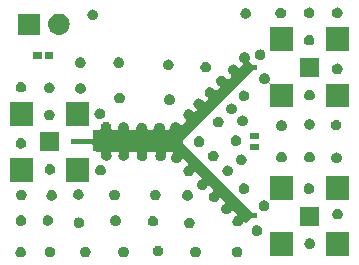
<source format=gts>
G04 #@! TF.GenerationSoftware,KiCad,Pcbnew,(5.0.1)-4*
G04 #@! TF.CreationDate,2019-05-20T17:02:10-07:00*
G04 #@! TF.ProjectId,Fanout_circuit,46616E6F75745F636972637569742E6B,rev?*
G04 #@! TF.SameCoordinates,Original*
G04 #@! TF.FileFunction,Soldermask,Top*
G04 #@! TF.FilePolarity,Negative*
%FSLAX46Y46*%
G04 Gerber Fmt 4.6, Leading zero omitted, Abs format (unit mm)*
G04 Created by KiCad (PCBNEW (5.0.1)-4) date 5/20/2019 5:02:10 PM*
%MOMM*%
%LPD*%
G01*
G04 APERTURE LIST*
%ADD10C,0.200000*%
G04 APERTURE END LIST*
D10*
G36*
X116681552Y-92916331D02*
X116763625Y-92950327D01*
X116763626Y-92950328D01*
X116763629Y-92950329D01*
X116837496Y-92999686D01*
X116837500Y-92999689D01*
X116900311Y-93062500D01*
X116900313Y-93062503D01*
X116900314Y-93062504D01*
X116949671Y-93136371D01*
X116949672Y-93136374D01*
X116949673Y-93136375D01*
X116983669Y-93218448D01*
X117001000Y-93305579D01*
X117001000Y-93394421D01*
X116983669Y-93481552D01*
X116949673Y-93563625D01*
X116949671Y-93563629D01*
X116917016Y-93612500D01*
X116900311Y-93637500D01*
X116837500Y-93700311D01*
X116837497Y-93700313D01*
X116837496Y-93700314D01*
X116763629Y-93749671D01*
X116763626Y-93749672D01*
X116763625Y-93749673D01*
X116681552Y-93783669D01*
X116594421Y-93801000D01*
X116505579Y-93801000D01*
X116418448Y-93783669D01*
X116336375Y-93749673D01*
X116336374Y-93749672D01*
X116336371Y-93749671D01*
X116262504Y-93700314D01*
X116262503Y-93700313D01*
X116262500Y-93700311D01*
X116199689Y-93637500D01*
X116182984Y-93612500D01*
X116150329Y-93563629D01*
X116150327Y-93563625D01*
X116116331Y-93481552D01*
X116099000Y-93394421D01*
X116099000Y-93305579D01*
X116116331Y-93218448D01*
X116150327Y-93136375D01*
X116150328Y-93136374D01*
X116150329Y-93136371D01*
X116199686Y-93062504D01*
X116199687Y-93062503D01*
X116199689Y-93062500D01*
X116262500Y-92999689D01*
X116262504Y-92999686D01*
X116336371Y-92950329D01*
X116336374Y-92950328D01*
X116336375Y-92950327D01*
X116418448Y-92916331D01*
X116505579Y-92899000D01*
X116594421Y-92899000D01*
X116681552Y-92916331D01*
X116681552Y-92916331D01*
G37*
G36*
X135006552Y-92891331D02*
X135088625Y-92925327D01*
X135088626Y-92925328D01*
X135088629Y-92925329D01*
X135162496Y-92974686D01*
X135162500Y-92974689D01*
X135225311Y-93037500D01*
X135225313Y-93037503D01*
X135225314Y-93037504D01*
X135274671Y-93111371D01*
X135274672Y-93111374D01*
X135274673Y-93111375D01*
X135308669Y-93193448D01*
X135326000Y-93280579D01*
X135326000Y-93369421D01*
X135308669Y-93456552D01*
X135275139Y-93537500D01*
X135274671Y-93538629D01*
X135225314Y-93612496D01*
X135225311Y-93612500D01*
X135162500Y-93675311D01*
X135162497Y-93675313D01*
X135162496Y-93675314D01*
X135088629Y-93724671D01*
X135088626Y-93724672D01*
X135088625Y-93724673D01*
X135006552Y-93758669D01*
X134919421Y-93776000D01*
X134830579Y-93776000D01*
X134743448Y-93758669D01*
X134661375Y-93724673D01*
X134661374Y-93724672D01*
X134661371Y-93724671D01*
X134587504Y-93675314D01*
X134587503Y-93675313D01*
X134587500Y-93675311D01*
X134524689Y-93612500D01*
X134524686Y-93612496D01*
X134475329Y-93538629D01*
X134474861Y-93537500D01*
X134441331Y-93456552D01*
X134424000Y-93369421D01*
X134424000Y-93280579D01*
X134441331Y-93193448D01*
X134475327Y-93111375D01*
X134475328Y-93111374D01*
X134475329Y-93111371D01*
X134524686Y-93037504D01*
X134524687Y-93037503D01*
X134524689Y-93037500D01*
X134587500Y-92974689D01*
X134587504Y-92974686D01*
X134661371Y-92925329D01*
X134661374Y-92925328D01*
X134661375Y-92925327D01*
X134743448Y-92891331D01*
X134830579Y-92874000D01*
X134919421Y-92874000D01*
X135006552Y-92891331D01*
X135006552Y-92891331D01*
G37*
G36*
X131481552Y-92891331D02*
X131563625Y-92925327D01*
X131563626Y-92925328D01*
X131563629Y-92925329D01*
X131637496Y-92974686D01*
X131637500Y-92974689D01*
X131700311Y-93037500D01*
X131700313Y-93037503D01*
X131700314Y-93037504D01*
X131749671Y-93111371D01*
X131749672Y-93111374D01*
X131749673Y-93111375D01*
X131783669Y-93193448D01*
X131801000Y-93280579D01*
X131801000Y-93369421D01*
X131783669Y-93456552D01*
X131750139Y-93537500D01*
X131749671Y-93538629D01*
X131700314Y-93612496D01*
X131700311Y-93612500D01*
X131637500Y-93675311D01*
X131637497Y-93675313D01*
X131637496Y-93675314D01*
X131563629Y-93724671D01*
X131563626Y-93724672D01*
X131563625Y-93724673D01*
X131481552Y-93758669D01*
X131394421Y-93776000D01*
X131305579Y-93776000D01*
X131218448Y-93758669D01*
X131136375Y-93724673D01*
X131136374Y-93724672D01*
X131136371Y-93724671D01*
X131062504Y-93675314D01*
X131062503Y-93675313D01*
X131062500Y-93675311D01*
X130999689Y-93612500D01*
X130999686Y-93612496D01*
X130950329Y-93538629D01*
X130949861Y-93537500D01*
X130916331Y-93456552D01*
X130899000Y-93369421D01*
X130899000Y-93280579D01*
X130916331Y-93193448D01*
X130950327Y-93111375D01*
X130950328Y-93111374D01*
X130950329Y-93111371D01*
X130999686Y-93037504D01*
X130999687Y-93037503D01*
X130999689Y-93037500D01*
X131062500Y-92974689D01*
X131062504Y-92974686D01*
X131136371Y-92925329D01*
X131136374Y-92925328D01*
X131136375Y-92925327D01*
X131218448Y-92891331D01*
X131305579Y-92874000D01*
X131394421Y-92874000D01*
X131481552Y-92891331D01*
X131481552Y-92891331D01*
G37*
G36*
X125381552Y-92891331D02*
X125463625Y-92925327D01*
X125463626Y-92925328D01*
X125463629Y-92925329D01*
X125537496Y-92974686D01*
X125537500Y-92974689D01*
X125600311Y-93037500D01*
X125600313Y-93037503D01*
X125600314Y-93037504D01*
X125649671Y-93111371D01*
X125649672Y-93111374D01*
X125649673Y-93111375D01*
X125683669Y-93193448D01*
X125701000Y-93280579D01*
X125701000Y-93369421D01*
X125683669Y-93456552D01*
X125650139Y-93537500D01*
X125649671Y-93538629D01*
X125600314Y-93612496D01*
X125600311Y-93612500D01*
X125537500Y-93675311D01*
X125537497Y-93675313D01*
X125537496Y-93675314D01*
X125463629Y-93724671D01*
X125463626Y-93724672D01*
X125463625Y-93724673D01*
X125381552Y-93758669D01*
X125294421Y-93776000D01*
X125205579Y-93776000D01*
X125118448Y-93758669D01*
X125036375Y-93724673D01*
X125036374Y-93724672D01*
X125036371Y-93724671D01*
X124962504Y-93675314D01*
X124962503Y-93675313D01*
X124962500Y-93675311D01*
X124899689Y-93612500D01*
X124899686Y-93612496D01*
X124850329Y-93538629D01*
X124849861Y-93537500D01*
X124816331Y-93456552D01*
X124799000Y-93369421D01*
X124799000Y-93280579D01*
X124816331Y-93193448D01*
X124850327Y-93111375D01*
X124850328Y-93111374D01*
X124850329Y-93111371D01*
X124899686Y-93037504D01*
X124899687Y-93037503D01*
X124899689Y-93037500D01*
X124962500Y-92974689D01*
X124962504Y-92974686D01*
X125036371Y-92925329D01*
X125036374Y-92925328D01*
X125036375Y-92925327D01*
X125118448Y-92891331D01*
X125205579Y-92874000D01*
X125294421Y-92874000D01*
X125381552Y-92891331D01*
X125381552Y-92891331D01*
G37*
G36*
X122156552Y-92891331D02*
X122238625Y-92925327D01*
X122238626Y-92925328D01*
X122238629Y-92925329D01*
X122312496Y-92974686D01*
X122312500Y-92974689D01*
X122375311Y-93037500D01*
X122375313Y-93037503D01*
X122375314Y-93037504D01*
X122424671Y-93111371D01*
X122424672Y-93111374D01*
X122424673Y-93111375D01*
X122458669Y-93193448D01*
X122476000Y-93280579D01*
X122476000Y-93369421D01*
X122458669Y-93456552D01*
X122425139Y-93537500D01*
X122424671Y-93538629D01*
X122375314Y-93612496D01*
X122375311Y-93612500D01*
X122312500Y-93675311D01*
X122312497Y-93675313D01*
X122312496Y-93675314D01*
X122238629Y-93724671D01*
X122238626Y-93724672D01*
X122238625Y-93724673D01*
X122156552Y-93758669D01*
X122069421Y-93776000D01*
X121980579Y-93776000D01*
X121893448Y-93758669D01*
X121811375Y-93724673D01*
X121811374Y-93724672D01*
X121811371Y-93724671D01*
X121737504Y-93675314D01*
X121737503Y-93675313D01*
X121737500Y-93675311D01*
X121674689Y-93612500D01*
X121674686Y-93612496D01*
X121625329Y-93538629D01*
X121624861Y-93537500D01*
X121591331Y-93456552D01*
X121574000Y-93369421D01*
X121574000Y-93280579D01*
X121591331Y-93193448D01*
X121625327Y-93111375D01*
X121625328Y-93111374D01*
X121625329Y-93111371D01*
X121674686Y-93037504D01*
X121674687Y-93037503D01*
X121674689Y-93037500D01*
X121737500Y-92974689D01*
X121737504Y-92974686D01*
X121811371Y-92925329D01*
X121811374Y-92925328D01*
X121811375Y-92925327D01*
X121893448Y-92891331D01*
X121980579Y-92874000D01*
X122069421Y-92874000D01*
X122156552Y-92891331D01*
X122156552Y-92891331D01*
G37*
G36*
X119156552Y-92891331D02*
X119238625Y-92925327D01*
X119238626Y-92925328D01*
X119238629Y-92925329D01*
X119312496Y-92974686D01*
X119312500Y-92974689D01*
X119375311Y-93037500D01*
X119375313Y-93037503D01*
X119375314Y-93037504D01*
X119424671Y-93111371D01*
X119424672Y-93111374D01*
X119424673Y-93111375D01*
X119458669Y-93193448D01*
X119476000Y-93280579D01*
X119476000Y-93369421D01*
X119458669Y-93456552D01*
X119425139Y-93537500D01*
X119424671Y-93538629D01*
X119375314Y-93612496D01*
X119375311Y-93612500D01*
X119312500Y-93675311D01*
X119312497Y-93675313D01*
X119312496Y-93675314D01*
X119238629Y-93724671D01*
X119238626Y-93724672D01*
X119238625Y-93724673D01*
X119156552Y-93758669D01*
X119069421Y-93776000D01*
X118980579Y-93776000D01*
X118893448Y-93758669D01*
X118811375Y-93724673D01*
X118811374Y-93724672D01*
X118811371Y-93724671D01*
X118737504Y-93675314D01*
X118737503Y-93675313D01*
X118737500Y-93675311D01*
X118674689Y-93612500D01*
X118674686Y-93612496D01*
X118625329Y-93538629D01*
X118624861Y-93537500D01*
X118591331Y-93456552D01*
X118574000Y-93369421D01*
X118574000Y-93280579D01*
X118591331Y-93193448D01*
X118625327Y-93111375D01*
X118625328Y-93111374D01*
X118625329Y-93111371D01*
X118674686Y-93037504D01*
X118674687Y-93037503D01*
X118674689Y-93037500D01*
X118737500Y-92974689D01*
X118737504Y-92974686D01*
X118811371Y-92925329D01*
X118811374Y-92925328D01*
X118811375Y-92925327D01*
X118893448Y-92891331D01*
X118980579Y-92874000D01*
X119069421Y-92874000D01*
X119156552Y-92891331D01*
X119156552Y-92891331D01*
G37*
G36*
X128306552Y-92816331D02*
X128388625Y-92850327D01*
X128388626Y-92850328D01*
X128388629Y-92850329D01*
X128461469Y-92899000D01*
X128462500Y-92899689D01*
X128525311Y-92962500D01*
X128525313Y-92962503D01*
X128525314Y-92962504D01*
X128574671Y-93036371D01*
X128574672Y-93036374D01*
X128574673Y-93036375D01*
X128608669Y-93118448D01*
X128626000Y-93205579D01*
X128626000Y-93294421D01*
X128608669Y-93381552D01*
X128574673Y-93463625D01*
X128574671Y-93463629D01*
X128525314Y-93537496D01*
X128525311Y-93537500D01*
X128462500Y-93600311D01*
X128462497Y-93600313D01*
X128462496Y-93600314D01*
X128388629Y-93649671D01*
X128388626Y-93649672D01*
X128388625Y-93649673D01*
X128306552Y-93683669D01*
X128219421Y-93701000D01*
X128130579Y-93701000D01*
X128043448Y-93683669D01*
X127961375Y-93649673D01*
X127961374Y-93649672D01*
X127961371Y-93649671D01*
X127887504Y-93600314D01*
X127887503Y-93600313D01*
X127887500Y-93600311D01*
X127824689Y-93537500D01*
X127824686Y-93537496D01*
X127775329Y-93463629D01*
X127775327Y-93463625D01*
X127741331Y-93381552D01*
X127724000Y-93294421D01*
X127724000Y-93205579D01*
X127741331Y-93118448D01*
X127775327Y-93036375D01*
X127775328Y-93036374D01*
X127775329Y-93036371D01*
X127824686Y-92962504D01*
X127824687Y-92962503D01*
X127824689Y-92962500D01*
X127887500Y-92899689D01*
X127888531Y-92899000D01*
X127961371Y-92850329D01*
X127961374Y-92850328D01*
X127961375Y-92850327D01*
X128043448Y-92816331D01*
X128130579Y-92799000D01*
X128219421Y-92799000D01*
X128306552Y-92816331D01*
X128306552Y-92816331D01*
G37*
G36*
X144376000Y-93676000D02*
X142374000Y-93676000D01*
X142374000Y-91674000D01*
X144376000Y-91674000D01*
X144376000Y-93676000D01*
X144376000Y-93676000D01*
G37*
G36*
X139626000Y-93676000D02*
X137624000Y-93676000D01*
X137624000Y-91674000D01*
X139626000Y-91674000D01*
X139626000Y-93676000D01*
X139626000Y-93676000D01*
G37*
G36*
X141156552Y-92191331D02*
X141238625Y-92225327D01*
X141238626Y-92225328D01*
X141238629Y-92225329D01*
X141312496Y-92274686D01*
X141312500Y-92274689D01*
X141375311Y-92337500D01*
X141375313Y-92337503D01*
X141375314Y-92337504D01*
X141424671Y-92411371D01*
X141424672Y-92411374D01*
X141424673Y-92411375D01*
X141458669Y-92493448D01*
X141476000Y-92580579D01*
X141476000Y-92669421D01*
X141458669Y-92756552D01*
X141433907Y-92816332D01*
X141424671Y-92838629D01*
X141383873Y-92899686D01*
X141375311Y-92912500D01*
X141312500Y-92975311D01*
X141312497Y-92975313D01*
X141312496Y-92975314D01*
X141238629Y-93024671D01*
X141238626Y-93024672D01*
X141238625Y-93024673D01*
X141156552Y-93058669D01*
X141069421Y-93076000D01*
X140980579Y-93076000D01*
X140893448Y-93058669D01*
X140811375Y-93024673D01*
X140811374Y-93024672D01*
X140811371Y-93024671D01*
X140737504Y-92975314D01*
X140737503Y-92975313D01*
X140737500Y-92975311D01*
X140674689Y-92912500D01*
X140666127Y-92899686D01*
X140625329Y-92838629D01*
X140616093Y-92816332D01*
X140591331Y-92756552D01*
X140574000Y-92669421D01*
X140574000Y-92580579D01*
X140591331Y-92493448D01*
X140625327Y-92411375D01*
X140625328Y-92411374D01*
X140625329Y-92411371D01*
X140674686Y-92337504D01*
X140674687Y-92337503D01*
X140674689Y-92337500D01*
X140737500Y-92274689D01*
X140737504Y-92274686D01*
X140811371Y-92225329D01*
X140811374Y-92225328D01*
X140811375Y-92225327D01*
X140893448Y-92191331D01*
X140980579Y-92174000D01*
X141069421Y-92174000D01*
X141156552Y-92191331D01*
X141156552Y-92191331D01*
G37*
G36*
X136681552Y-91091331D02*
X136763625Y-91125327D01*
X136763626Y-91125328D01*
X136763629Y-91125329D01*
X136837496Y-91174686D01*
X136837500Y-91174689D01*
X136900311Y-91237500D01*
X136900313Y-91237503D01*
X136900314Y-91237504D01*
X136949671Y-91311371D01*
X136949672Y-91311374D01*
X136949673Y-91311375D01*
X136983669Y-91393448D01*
X137001000Y-91480579D01*
X137001000Y-91569421D01*
X136983669Y-91656552D01*
X136949673Y-91738625D01*
X136949671Y-91738629D01*
X136900314Y-91812496D01*
X136900311Y-91812500D01*
X136837500Y-91875311D01*
X136837497Y-91875313D01*
X136837496Y-91875314D01*
X136763629Y-91924671D01*
X136763626Y-91924672D01*
X136763625Y-91924673D01*
X136681552Y-91958669D01*
X136594421Y-91976000D01*
X136505579Y-91976000D01*
X136418448Y-91958669D01*
X136336375Y-91924673D01*
X136336374Y-91924672D01*
X136336371Y-91924671D01*
X136262504Y-91875314D01*
X136262503Y-91875313D01*
X136262500Y-91875311D01*
X136199689Y-91812500D01*
X136199686Y-91812496D01*
X136150329Y-91738629D01*
X136150327Y-91738625D01*
X136116331Y-91656552D01*
X136099000Y-91569421D01*
X136099000Y-91480579D01*
X136116331Y-91393448D01*
X136150327Y-91311375D01*
X136150328Y-91311374D01*
X136150329Y-91311371D01*
X136199686Y-91237504D01*
X136199687Y-91237503D01*
X136199689Y-91237500D01*
X136262500Y-91174689D01*
X136262504Y-91174686D01*
X136336371Y-91125329D01*
X136336374Y-91125328D01*
X136336375Y-91125327D01*
X136418448Y-91091331D01*
X136505579Y-91074000D01*
X136594421Y-91074000D01*
X136681552Y-91091331D01*
X136681552Y-91091331D01*
G37*
G36*
X130956552Y-90441331D02*
X131038625Y-90475327D01*
X131038626Y-90475328D01*
X131038629Y-90475329D01*
X131112496Y-90524686D01*
X131112500Y-90524689D01*
X131175311Y-90587500D01*
X131175313Y-90587503D01*
X131175314Y-90587504D01*
X131224671Y-90661371D01*
X131224672Y-90661374D01*
X131224673Y-90661375D01*
X131258669Y-90743448D01*
X131276000Y-90830579D01*
X131276000Y-90919421D01*
X131258669Y-91006552D01*
X131224673Y-91088625D01*
X131224671Y-91088629D01*
X131177871Y-91158669D01*
X131175311Y-91162500D01*
X131112500Y-91225311D01*
X131112497Y-91225313D01*
X131112496Y-91225314D01*
X131038629Y-91274671D01*
X131038626Y-91274672D01*
X131038625Y-91274673D01*
X130956552Y-91308669D01*
X130869421Y-91326000D01*
X130780579Y-91326000D01*
X130693448Y-91308669D01*
X130611375Y-91274673D01*
X130611374Y-91274672D01*
X130611371Y-91274671D01*
X130537504Y-91225314D01*
X130537503Y-91225313D01*
X130537500Y-91225311D01*
X130474689Y-91162500D01*
X130472129Y-91158669D01*
X130425329Y-91088629D01*
X130425327Y-91088625D01*
X130391331Y-91006552D01*
X130374000Y-90919421D01*
X130374000Y-90830579D01*
X130391331Y-90743448D01*
X130425327Y-90661375D01*
X130425328Y-90661374D01*
X130425329Y-90661371D01*
X130474686Y-90587504D01*
X130474687Y-90587503D01*
X130474689Y-90587500D01*
X130537500Y-90524689D01*
X130537504Y-90524686D01*
X130611371Y-90475329D01*
X130611374Y-90475328D01*
X130611375Y-90475327D01*
X130693448Y-90441331D01*
X130780579Y-90424000D01*
X130869421Y-90424000D01*
X130956552Y-90441331D01*
X130956552Y-90441331D01*
G37*
G36*
X121606552Y-90416331D02*
X121688625Y-90450327D01*
X121688626Y-90450328D01*
X121688629Y-90450329D01*
X121759392Y-90497612D01*
X121762500Y-90499689D01*
X121825311Y-90562500D01*
X121825313Y-90562503D01*
X121825314Y-90562504D01*
X121874671Y-90636371D01*
X121874672Y-90636374D01*
X121874673Y-90636375D01*
X121908669Y-90718448D01*
X121926000Y-90805579D01*
X121926000Y-90894421D01*
X121908669Y-90981552D01*
X121880453Y-91049671D01*
X121874671Y-91063629D01*
X121832995Y-91126000D01*
X121825311Y-91137500D01*
X121762500Y-91200311D01*
X121762497Y-91200313D01*
X121762496Y-91200314D01*
X121688629Y-91249671D01*
X121688626Y-91249672D01*
X121688625Y-91249673D01*
X121606552Y-91283669D01*
X121519421Y-91301000D01*
X121430579Y-91301000D01*
X121343448Y-91283669D01*
X121261375Y-91249673D01*
X121261374Y-91249672D01*
X121261371Y-91249671D01*
X121187504Y-91200314D01*
X121187503Y-91200313D01*
X121187500Y-91200311D01*
X121124689Y-91137500D01*
X121117005Y-91126000D01*
X121075329Y-91063629D01*
X121069547Y-91049671D01*
X121041331Y-90981552D01*
X121024000Y-90894421D01*
X121024000Y-90805579D01*
X121041331Y-90718448D01*
X121075327Y-90636375D01*
X121075328Y-90636374D01*
X121075329Y-90636371D01*
X121124686Y-90562504D01*
X121124687Y-90562503D01*
X121124689Y-90562500D01*
X121187500Y-90499689D01*
X121190608Y-90497612D01*
X121261371Y-90450329D01*
X121261374Y-90450328D01*
X121261375Y-90450327D01*
X121343448Y-90416331D01*
X121430579Y-90399000D01*
X121519421Y-90399000D01*
X121606552Y-90416331D01*
X121606552Y-90416331D01*
G37*
G36*
X127881552Y-90291331D02*
X127963625Y-90325327D01*
X127963626Y-90325328D01*
X127963629Y-90325329D01*
X128037496Y-90374686D01*
X128037500Y-90374689D01*
X128100311Y-90437500D01*
X128100313Y-90437503D01*
X128100314Y-90437504D01*
X128149671Y-90511371D01*
X128149672Y-90511374D01*
X128149673Y-90511375D01*
X128183669Y-90593448D01*
X128201000Y-90680579D01*
X128201000Y-90769421D01*
X128183669Y-90856552D01*
X128150139Y-90937500D01*
X128149671Y-90938629D01*
X128100314Y-91012496D01*
X128100311Y-91012500D01*
X128037500Y-91075311D01*
X128037497Y-91075313D01*
X128037496Y-91075314D01*
X127963629Y-91124671D01*
X127963626Y-91124672D01*
X127963625Y-91124673D01*
X127881552Y-91158669D01*
X127794421Y-91176000D01*
X127705579Y-91176000D01*
X127618448Y-91158669D01*
X127536375Y-91124673D01*
X127536374Y-91124672D01*
X127536371Y-91124671D01*
X127462504Y-91075314D01*
X127462503Y-91075313D01*
X127462500Y-91075311D01*
X127399689Y-91012500D01*
X127399686Y-91012496D01*
X127350329Y-90938629D01*
X127349861Y-90937500D01*
X127316331Y-90856552D01*
X127299000Y-90769421D01*
X127299000Y-90680579D01*
X127316331Y-90593448D01*
X127350327Y-90511375D01*
X127350328Y-90511374D01*
X127350329Y-90511371D01*
X127399686Y-90437504D01*
X127399687Y-90437503D01*
X127399689Y-90437500D01*
X127462500Y-90374689D01*
X127462504Y-90374686D01*
X127536371Y-90325329D01*
X127536374Y-90325328D01*
X127536375Y-90325327D01*
X127618448Y-90291331D01*
X127705579Y-90274000D01*
X127794421Y-90274000D01*
X127881552Y-90291331D01*
X127881552Y-90291331D01*
G37*
G36*
X135631552Y-76441331D02*
X135713625Y-76475327D01*
X135713626Y-76475328D01*
X135713629Y-76475329D01*
X135787496Y-76524686D01*
X135787500Y-76524689D01*
X135850311Y-76587500D01*
X135850313Y-76587503D01*
X135850314Y-76587504D01*
X135899671Y-76661371D01*
X135899672Y-76661374D01*
X135899673Y-76661375D01*
X135933669Y-76743448D01*
X135951000Y-76830579D01*
X135951000Y-76919421D01*
X135933669Y-77006552D01*
X135899671Y-77088629D01*
X135896540Y-77093315D01*
X135884988Y-77114925D01*
X135877874Y-77138374D01*
X135875472Y-77162760D01*
X135877873Y-77187147D01*
X135884986Y-77210596D01*
X135896537Y-77232207D01*
X135912082Y-77251150D01*
X135921642Y-77259772D01*
X136125000Y-77425000D01*
X136123079Y-77426921D01*
X136128266Y-77443724D01*
X136129727Y-77450883D01*
X136139218Y-77473475D01*
X136152933Y-77493781D01*
X136170347Y-77511021D01*
X136190789Y-77524533D01*
X136213475Y-77533797D01*
X136249162Y-77539000D01*
X136591000Y-77539000D01*
X136591000Y-77931000D01*
X136314315Y-77931000D01*
X136289929Y-77933402D01*
X136266480Y-77940515D01*
X136244869Y-77952066D01*
X136225746Y-77967793D01*
X130306027Y-83911793D01*
X130290520Y-83930767D01*
X130279013Y-83952401D01*
X130271948Y-83975865D01*
X130269596Y-84000256D01*
X130272048Y-84024637D01*
X130279209Y-84048072D01*
X130290805Y-84069659D01*
X130306027Y-84088207D01*
X136225746Y-90032207D01*
X136244656Y-90047791D01*
X136266243Y-90059387D01*
X136289678Y-90066548D01*
X136314315Y-90069000D01*
X136591000Y-90069000D01*
X136591000Y-90461000D01*
X136248651Y-90461000D01*
X136240000Y-90461425D01*
X136231349Y-90461000D01*
X136138329Y-90461000D01*
X136113943Y-90463402D01*
X136090494Y-90470515D01*
X136068883Y-90482066D01*
X136049941Y-90497612D01*
X136048874Y-90498874D01*
X136050000Y-90500000D01*
X135897489Y-90635565D01*
X135612793Y-90888629D01*
X135600000Y-90900000D01*
X135551129Y-90849241D01*
X135532487Y-90833342D01*
X135511099Y-90821383D01*
X135487789Y-90813827D01*
X135463452Y-90810963D01*
X135439025Y-90812903D01*
X135415445Y-90819570D01*
X135393619Y-90830710D01*
X135374386Y-90845894D01*
X135358485Y-90864538D01*
X135345599Y-90888105D01*
X135332628Y-90919420D01*
X135324671Y-90938629D01*
X135275314Y-91012496D01*
X135275311Y-91012500D01*
X135212500Y-91075311D01*
X135212497Y-91075313D01*
X135212496Y-91075314D01*
X135138629Y-91124671D01*
X135138626Y-91124672D01*
X135138625Y-91124673D01*
X135056552Y-91158669D01*
X134969421Y-91176000D01*
X134880579Y-91176000D01*
X134793448Y-91158669D01*
X134711375Y-91124673D01*
X134711374Y-91124672D01*
X134711371Y-91124671D01*
X134637504Y-91075314D01*
X134637503Y-91075313D01*
X134637500Y-91075311D01*
X134574689Y-91012500D01*
X134574686Y-91012496D01*
X134525329Y-90938629D01*
X134524861Y-90937500D01*
X134491331Y-90856552D01*
X134474000Y-90769421D01*
X134474000Y-90680579D01*
X134491331Y-90593448D01*
X134525327Y-90511375D01*
X134525328Y-90511374D01*
X134525329Y-90511371D01*
X134574686Y-90437504D01*
X134574687Y-90437503D01*
X134574689Y-90437500D01*
X134637500Y-90374689D01*
X134637504Y-90374686D01*
X134711371Y-90325329D01*
X134711374Y-90325328D01*
X134711375Y-90325327D01*
X134781755Y-90296175D01*
X134803366Y-90284624D01*
X134822308Y-90269079D01*
X134837854Y-90250137D01*
X134849405Y-90228526D01*
X134856518Y-90205077D01*
X134858920Y-90180690D01*
X134856518Y-90156304D01*
X134849405Y-90132855D01*
X134837854Y-90111244D01*
X134823967Y-90093992D01*
X134582796Y-89843505D01*
X134564152Y-89827604D01*
X134542764Y-89815645D01*
X134519454Y-89808089D01*
X134495117Y-89805225D01*
X134470690Y-89807165D01*
X134447110Y-89813833D01*
X134425284Y-89824972D01*
X134406051Y-89840156D01*
X134390150Y-89858800D01*
X134377263Y-89882370D01*
X134374671Y-89888629D01*
X134359475Y-89911371D01*
X134325311Y-89962500D01*
X134262500Y-90025311D01*
X134262497Y-90025313D01*
X134262496Y-90025314D01*
X134188629Y-90074671D01*
X134188626Y-90074672D01*
X134188625Y-90074673D01*
X134106552Y-90108669D01*
X134019421Y-90126000D01*
X133930579Y-90126000D01*
X133843448Y-90108669D01*
X133761375Y-90074673D01*
X133761374Y-90074672D01*
X133761371Y-90074671D01*
X133687504Y-90025314D01*
X133687503Y-90025313D01*
X133687500Y-90025311D01*
X133624689Y-89962500D01*
X133590525Y-89911371D01*
X133575329Y-89888629D01*
X133575327Y-89888625D01*
X133541331Y-89806552D01*
X133524000Y-89719421D01*
X133524000Y-89630579D01*
X133541331Y-89543448D01*
X133575327Y-89461375D01*
X133575328Y-89461374D01*
X133575329Y-89461371D01*
X133624686Y-89387504D01*
X133624687Y-89387503D01*
X133624689Y-89387500D01*
X133687500Y-89324689D01*
X133687504Y-89324686D01*
X133761371Y-89275329D01*
X133774886Y-89269731D01*
X133788183Y-89264223D01*
X133809794Y-89252671D01*
X133828736Y-89237126D01*
X133844281Y-89218184D01*
X133855832Y-89196573D01*
X133862945Y-89173124D01*
X133865347Y-89148737D01*
X133862945Y-89124351D01*
X133855832Y-89100902D01*
X133844280Y-89079291D01*
X133830394Y-89062040D01*
X133551783Y-88772668D01*
X133533139Y-88756766D01*
X133511750Y-88744808D01*
X133488440Y-88737252D01*
X133464104Y-88734388D01*
X133439676Y-88736328D01*
X133416097Y-88742996D01*
X133394271Y-88754135D01*
X133375038Y-88769319D01*
X133359136Y-88787963D01*
X133346251Y-88811531D01*
X133324673Y-88863625D01*
X133324671Y-88863629D01*
X133277871Y-88933669D01*
X133275311Y-88937500D01*
X133212500Y-89000311D01*
X133212497Y-89000313D01*
X133212496Y-89000314D01*
X133138629Y-89049671D01*
X133138626Y-89049672D01*
X133138625Y-89049673D01*
X133056552Y-89083669D01*
X132969421Y-89101000D01*
X132880579Y-89101000D01*
X132793448Y-89083669D01*
X132711375Y-89049673D01*
X132711374Y-89049672D01*
X132711371Y-89049671D01*
X132637504Y-89000314D01*
X132637503Y-89000313D01*
X132637500Y-89000311D01*
X132574689Y-88937500D01*
X132572129Y-88933669D01*
X132525329Y-88863629D01*
X132525327Y-88863625D01*
X132491331Y-88781552D01*
X132474000Y-88694421D01*
X132474000Y-88605579D01*
X132491331Y-88518448D01*
X132525327Y-88436375D01*
X132525328Y-88436374D01*
X132525329Y-88436371D01*
X132574686Y-88362504D01*
X132574687Y-88362503D01*
X132574689Y-88362500D01*
X132637500Y-88299689D01*
X132637504Y-88299686D01*
X132711371Y-88250329D01*
X132735212Y-88240454D01*
X132783307Y-88220532D01*
X132804918Y-88208981D01*
X132823860Y-88193435D01*
X132839405Y-88174493D01*
X132850956Y-88152882D01*
X132858069Y-88129433D01*
X132860471Y-88105047D01*
X132858069Y-88080660D01*
X132850956Y-88057211D01*
X132839405Y-88035600D01*
X132825518Y-88018349D01*
X132823575Y-88016331D01*
X132555729Y-87738139D01*
X132537086Y-87722239D01*
X132515698Y-87710280D01*
X132492387Y-87702724D01*
X132468051Y-87699860D01*
X132443624Y-87701800D01*
X132420044Y-87708468D01*
X132398218Y-87719607D01*
X132378985Y-87734791D01*
X132363084Y-87753435D01*
X132350198Y-87777002D01*
X132333030Y-87818448D01*
X132324671Y-87838629D01*
X132279935Y-87905580D01*
X132275311Y-87912500D01*
X132212500Y-87975311D01*
X132212497Y-87975313D01*
X132212496Y-87975314D01*
X132138629Y-88024671D01*
X132138626Y-88024672D01*
X132138625Y-88024673D01*
X132056552Y-88058669D01*
X131969421Y-88076000D01*
X131880579Y-88076000D01*
X131793448Y-88058669D01*
X131711375Y-88024673D01*
X131711374Y-88024672D01*
X131711371Y-88024671D01*
X131637504Y-87975314D01*
X131637503Y-87975313D01*
X131637500Y-87975311D01*
X131574689Y-87912500D01*
X131570065Y-87905580D01*
X131525329Y-87838629D01*
X131525327Y-87838625D01*
X131491331Y-87756552D01*
X131474000Y-87669421D01*
X131474000Y-87580579D01*
X131491331Y-87493448D01*
X131525327Y-87411375D01*
X131525328Y-87411374D01*
X131525329Y-87411371D01*
X131574686Y-87337504D01*
X131574687Y-87337503D01*
X131574689Y-87337500D01*
X131637500Y-87274689D01*
X131637504Y-87274686D01*
X131711371Y-87225329D01*
X131734061Y-87215931D01*
X131792686Y-87191647D01*
X131814297Y-87180095D01*
X131833239Y-87164550D01*
X131848784Y-87145608D01*
X131860335Y-87123997D01*
X131867448Y-87100548D01*
X131869850Y-87076162D01*
X131867448Y-87051775D01*
X131860335Y-87028326D01*
X131848783Y-87006715D01*
X131834897Y-86989464D01*
X131652779Y-86800311D01*
X131418592Y-86557079D01*
X131399951Y-86541180D01*
X131378563Y-86529221D01*
X131355253Y-86521665D01*
X131330916Y-86518801D01*
X131306489Y-86520741D01*
X131282909Y-86527409D01*
X131261083Y-86538548D01*
X131241850Y-86553732D01*
X131225949Y-86572376D01*
X131213063Y-86595943D01*
X131205737Y-86613629D01*
X131174671Y-86688629D01*
X131127871Y-86758669D01*
X131125311Y-86762500D01*
X131062500Y-86825311D01*
X131062497Y-86825313D01*
X131062496Y-86825314D01*
X130988629Y-86874671D01*
X130988626Y-86874672D01*
X130988625Y-86874673D01*
X130906552Y-86908669D01*
X130819421Y-86926000D01*
X130730579Y-86926000D01*
X130643448Y-86908669D01*
X130561375Y-86874673D01*
X130561374Y-86874672D01*
X130561371Y-86874671D01*
X130487504Y-86825314D01*
X130487503Y-86825313D01*
X130487500Y-86825311D01*
X130424689Y-86762500D01*
X130422129Y-86758669D01*
X130375329Y-86688629D01*
X130374861Y-86687500D01*
X130341331Y-86606552D01*
X130324000Y-86519421D01*
X130324000Y-86430579D01*
X130341331Y-86343448D01*
X130375327Y-86261375D01*
X130375328Y-86261374D01*
X130375329Y-86261371D01*
X130424686Y-86187504D01*
X130424687Y-86187503D01*
X130424689Y-86187500D01*
X130487500Y-86124689D01*
X130487504Y-86124686D01*
X130561371Y-86075329D01*
X130561374Y-86075328D01*
X130561375Y-86075327D01*
X130643448Y-86041331D01*
X130653021Y-86039427D01*
X130676470Y-86032313D01*
X130698081Y-86020762D01*
X130717023Y-86005216D01*
X130732568Y-85986274D01*
X130744119Y-85964663D01*
X130751232Y-85941213D01*
X130753633Y-85916827D01*
X130751231Y-85892441D01*
X130744117Y-85868992D01*
X130732566Y-85847381D01*
X130718680Y-85830131D01*
X130376099Y-85474318D01*
X130357455Y-85458416D01*
X130336066Y-85446458D01*
X130312756Y-85438902D01*
X130288420Y-85436038D01*
X130263992Y-85437978D01*
X130240413Y-85444646D01*
X130218587Y-85455785D01*
X130199354Y-85470969D01*
X130183452Y-85489613D01*
X130170567Y-85513181D01*
X130155188Y-85550311D01*
X130149671Y-85563629D01*
X130102871Y-85633669D01*
X130100311Y-85637500D01*
X130037500Y-85700311D01*
X130037497Y-85700313D01*
X130037496Y-85700314D01*
X129963629Y-85749671D01*
X129963626Y-85749672D01*
X129963625Y-85749673D01*
X129881552Y-85783669D01*
X129794421Y-85801000D01*
X129705579Y-85801000D01*
X129618448Y-85783669D01*
X129536375Y-85749673D01*
X129536374Y-85749672D01*
X129536371Y-85749671D01*
X129462504Y-85700314D01*
X129462503Y-85700313D01*
X129462500Y-85700311D01*
X129399689Y-85637500D01*
X129397129Y-85633669D01*
X129350329Y-85563629D01*
X129350327Y-85563625D01*
X129316331Y-85481552D01*
X129299000Y-85394421D01*
X129299000Y-85305579D01*
X129316331Y-85218448D01*
X129350327Y-85136375D01*
X129350328Y-85136374D01*
X129350329Y-85136371D01*
X129399686Y-85062504D01*
X129399687Y-85062503D01*
X129399689Y-85062500D01*
X129400430Y-85061759D01*
X129415976Y-85042817D01*
X129427527Y-85021206D01*
X129434640Y-84997757D01*
X129437042Y-84973371D01*
X129434640Y-84948985D01*
X129427527Y-84925536D01*
X129415976Y-84903925D01*
X129400430Y-84884983D01*
X129381488Y-84869437D01*
X129359877Y-84857886D01*
X129336428Y-84850773D01*
X129312482Y-84848372D01*
X128939837Y-84847060D01*
X128915442Y-84849376D01*
X128891968Y-84856406D01*
X128870317Y-84867881D01*
X128851320Y-84883360D01*
X128835708Y-84902247D01*
X128824081Y-84923817D01*
X128816885Y-84947241D01*
X128814398Y-84971619D01*
X128816714Y-84996014D01*
X128823912Y-85019894D01*
X128833407Y-85042817D01*
X128833669Y-85043451D01*
X128851000Y-85130579D01*
X128851000Y-85219421D01*
X128833669Y-85306552D01*
X128799673Y-85388625D01*
X128799671Y-85388629D01*
X128766079Y-85438902D01*
X128750311Y-85462500D01*
X128687500Y-85525311D01*
X128687497Y-85525313D01*
X128687496Y-85525314D01*
X128613629Y-85574671D01*
X128613626Y-85574672D01*
X128613625Y-85574673D01*
X128531552Y-85608669D01*
X128444421Y-85626000D01*
X128355579Y-85626000D01*
X128268448Y-85608669D01*
X128186375Y-85574673D01*
X128186374Y-85574672D01*
X128186371Y-85574671D01*
X128112504Y-85525314D01*
X128112503Y-85525313D01*
X128112500Y-85525311D01*
X128049689Y-85462500D01*
X128033921Y-85438902D01*
X128000329Y-85388629D01*
X128000327Y-85388625D01*
X127966331Y-85306552D01*
X127949000Y-85219421D01*
X127949000Y-85130579D01*
X127966331Y-85043448D01*
X127977659Y-85016100D01*
X127984772Y-84992651D01*
X127987174Y-84968265D01*
X127984772Y-84943878D01*
X127977659Y-84920429D01*
X127966107Y-84898818D01*
X127950562Y-84879876D01*
X127931620Y-84864331D01*
X127910009Y-84852780D01*
X127886560Y-84845667D01*
X127862617Y-84843266D01*
X127714912Y-84842746D01*
X127362537Y-84841506D01*
X127338142Y-84843822D01*
X127314668Y-84850852D01*
X127293017Y-84862328D01*
X127274020Y-84877806D01*
X127258408Y-84896693D01*
X127246781Y-84918263D01*
X127239585Y-84941687D01*
X127237098Y-84966065D01*
X127239414Y-84990460D01*
X127246612Y-85014340D01*
X127258669Y-85043448D01*
X127276000Y-85130579D01*
X127276000Y-85219421D01*
X127258669Y-85306552D01*
X127224673Y-85388625D01*
X127224671Y-85388629D01*
X127191079Y-85438902D01*
X127175311Y-85462500D01*
X127112500Y-85525311D01*
X127112497Y-85525313D01*
X127112496Y-85525314D01*
X127038629Y-85574671D01*
X127038626Y-85574672D01*
X127038625Y-85574673D01*
X126956552Y-85608669D01*
X126869421Y-85626000D01*
X126780579Y-85626000D01*
X126693448Y-85608669D01*
X126611375Y-85574673D01*
X126611374Y-85574672D01*
X126611371Y-85574671D01*
X126537504Y-85525314D01*
X126537503Y-85525313D01*
X126537500Y-85525311D01*
X126474689Y-85462500D01*
X126458921Y-85438902D01*
X126425329Y-85388629D01*
X126425327Y-85388625D01*
X126391331Y-85306552D01*
X126374000Y-85219421D01*
X126374000Y-85130579D01*
X126391331Y-85043451D01*
X126391594Y-85042817D01*
X126404953Y-85010563D01*
X126412066Y-84987115D01*
X126414468Y-84962729D01*
X126412066Y-84938342D01*
X126404953Y-84914893D01*
X126393402Y-84893282D01*
X126377857Y-84874340D01*
X126358915Y-84858795D01*
X126337304Y-84847243D01*
X126313855Y-84840130D01*
X126289908Y-84837729D01*
X125968700Y-84836598D01*
X125820641Y-84836076D01*
X125796249Y-84838392D01*
X125772775Y-84845422D01*
X125751123Y-84856897D01*
X125732127Y-84872376D01*
X125716515Y-84891263D01*
X125704887Y-84912833D01*
X125697692Y-84936257D01*
X125695204Y-84960635D01*
X125697520Y-84985029D01*
X125704718Y-85008910D01*
X125708669Y-85018448D01*
X125726000Y-85105579D01*
X125726000Y-85194421D01*
X125708669Y-85281552D01*
X125674673Y-85363625D01*
X125674671Y-85363629D01*
X125626288Y-85436038D01*
X125625311Y-85437500D01*
X125562500Y-85500311D01*
X125562497Y-85500313D01*
X125562496Y-85500314D01*
X125488629Y-85549671D01*
X125488626Y-85549672D01*
X125488625Y-85549673D01*
X125406552Y-85583669D01*
X125319421Y-85601000D01*
X125230579Y-85601000D01*
X125143448Y-85583669D01*
X125061375Y-85549673D01*
X125061374Y-85549672D01*
X125061371Y-85549671D01*
X124987504Y-85500314D01*
X124987503Y-85500313D01*
X124987500Y-85500311D01*
X124924689Y-85437500D01*
X124923712Y-85436038D01*
X124875329Y-85363629D01*
X124875327Y-85363625D01*
X124841331Y-85281552D01*
X124824000Y-85194421D01*
X124824000Y-85105579D01*
X124841331Y-85018448D01*
X124846870Y-85005076D01*
X124853983Y-84981627D01*
X124856385Y-84957240D01*
X124853983Y-84932854D01*
X124846870Y-84909405D01*
X124835318Y-84887794D01*
X124819773Y-84868852D01*
X124800831Y-84853307D01*
X124779220Y-84841756D01*
X124755771Y-84834643D01*
X124731829Y-84832242D01*
X124383042Y-84831014D01*
X124343489Y-84830875D01*
X124319094Y-84833191D01*
X124295620Y-84840221D01*
X124273969Y-84851696D01*
X124254972Y-84867175D01*
X124239360Y-84886062D01*
X124227733Y-84907632D01*
X124220537Y-84931056D01*
X124218050Y-84955434D01*
X124220366Y-84979829D01*
X124227563Y-85003708D01*
X124233669Y-85018450D01*
X124251000Y-85105579D01*
X124251000Y-85194421D01*
X124233669Y-85281552D01*
X124199673Y-85363625D01*
X124199671Y-85363629D01*
X124151288Y-85436038D01*
X124150311Y-85437500D01*
X124087500Y-85500311D01*
X124087497Y-85500313D01*
X124087496Y-85500314D01*
X124013629Y-85549671D01*
X124013626Y-85549672D01*
X124013625Y-85549673D01*
X123931552Y-85583669D01*
X123844421Y-85601000D01*
X123755579Y-85601000D01*
X123668448Y-85583669D01*
X123586375Y-85549673D01*
X123586374Y-85549672D01*
X123586371Y-85549671D01*
X123512504Y-85500314D01*
X123512503Y-85500313D01*
X123512500Y-85500311D01*
X123449689Y-85437500D01*
X123448712Y-85436038D01*
X123400329Y-85363629D01*
X123400327Y-85363625D01*
X123366331Y-85281552D01*
X123349000Y-85194421D01*
X123349000Y-85105579D01*
X123366331Y-85018448D01*
X123374018Y-84999890D01*
X123381131Y-84976440D01*
X123383533Y-84952054D01*
X123381131Y-84927668D01*
X123374018Y-84904219D01*
X123362466Y-84882608D01*
X123346921Y-84863666D01*
X123327979Y-84848121D01*
X123306368Y-84836570D01*
X123282918Y-84829457D01*
X123258976Y-84827056D01*
X122675000Y-84825000D01*
X122675000Y-84375000D01*
X122677449Y-84375000D01*
X122677700Y-84373740D01*
X122680102Y-84349353D01*
X122677700Y-84324967D01*
X122670587Y-84301518D01*
X122659036Y-84279907D01*
X122643491Y-84260965D01*
X122624549Y-84245419D01*
X122602939Y-84233868D01*
X122579490Y-84226754D01*
X122555102Y-84224352D01*
X121186138Y-84224352D01*
X121183600Y-84224102D01*
X121171349Y-84223500D01*
X120849000Y-84223500D01*
X120849000Y-83776500D01*
X121171349Y-83776500D01*
X121183600Y-83775898D01*
X121186138Y-83775648D01*
X122530102Y-83775648D01*
X122554488Y-83773246D01*
X122577937Y-83766133D01*
X122599548Y-83754582D01*
X122618490Y-83739036D01*
X122634036Y-83720094D01*
X122645587Y-83698483D01*
X122652700Y-83675034D01*
X122655102Y-83650648D01*
X122652700Y-83626260D01*
X122652449Y-83625000D01*
X122650000Y-83625000D01*
X122650000Y-83000000D01*
X122662198Y-82999957D01*
X122662200Y-82999957D01*
X122997241Y-82998786D01*
X123212627Y-82998033D01*
X123237003Y-82995546D01*
X123260427Y-82988351D01*
X123281997Y-82976724D01*
X123300885Y-82961113D01*
X123316364Y-82942116D01*
X123327839Y-82920465D01*
X123334871Y-82896992D01*
X123337187Y-82872597D01*
X123334786Y-82848649D01*
X123324000Y-82794422D01*
X123324000Y-82705579D01*
X123341331Y-82618448D01*
X123375327Y-82536375D01*
X123375328Y-82536374D01*
X123375329Y-82536371D01*
X123424686Y-82462504D01*
X123424687Y-82462503D01*
X123424689Y-82462500D01*
X123487500Y-82399689D01*
X123496840Y-82393448D01*
X123561371Y-82350329D01*
X123561374Y-82350328D01*
X123561375Y-82350327D01*
X123643448Y-82316331D01*
X123730579Y-82299000D01*
X123819421Y-82299000D01*
X123906552Y-82316331D01*
X123988625Y-82350327D01*
X123988626Y-82350328D01*
X123988629Y-82350329D01*
X124053160Y-82393448D01*
X124062500Y-82399689D01*
X124125311Y-82462500D01*
X124125313Y-82462503D01*
X124125314Y-82462504D01*
X124174671Y-82536371D01*
X124174672Y-82536374D01*
X124174673Y-82536375D01*
X124208669Y-82618448D01*
X124226000Y-82705579D01*
X124226000Y-82794421D01*
X124215997Y-82844709D01*
X124213595Y-82869095D01*
X124215997Y-82893481D01*
X124223110Y-82916930D01*
X124234661Y-82938541D01*
X124250207Y-82957483D01*
X124269149Y-82973029D01*
X124290760Y-82984580D01*
X124314209Y-82991693D01*
X124339032Y-82994094D01*
X124528105Y-82993433D01*
X124676664Y-82992914D01*
X124701040Y-82990427D01*
X124724464Y-82983232D01*
X124746034Y-82971605D01*
X124764922Y-82955994D01*
X124780401Y-82936998D01*
X124791876Y-82915347D01*
X124798908Y-82891873D01*
X124801224Y-82867478D01*
X124799000Y-82845300D01*
X124799000Y-82755579D01*
X124816331Y-82668448D01*
X124850327Y-82586375D01*
X124850328Y-82586374D01*
X124850329Y-82586371D01*
X124899686Y-82512504D01*
X124899687Y-82512503D01*
X124899689Y-82512500D01*
X124962500Y-82449689D01*
X124979058Y-82438625D01*
X125036371Y-82400329D01*
X125036374Y-82400328D01*
X125036375Y-82400327D01*
X125118448Y-82366331D01*
X125205579Y-82349000D01*
X125294421Y-82349000D01*
X125381552Y-82366331D01*
X125463625Y-82400327D01*
X125463626Y-82400328D01*
X125463629Y-82400329D01*
X125520942Y-82438625D01*
X125537500Y-82449689D01*
X125600311Y-82512500D01*
X125600313Y-82512503D01*
X125600314Y-82512504D01*
X125649671Y-82586371D01*
X125649672Y-82586374D01*
X125649673Y-82586375D01*
X125683669Y-82668448D01*
X125701000Y-82755579D01*
X125701000Y-82849423D01*
X125699574Y-82863900D01*
X125701976Y-82888286D01*
X125709089Y-82911735D01*
X125720640Y-82933346D01*
X125736186Y-82952288D01*
X125755128Y-82967834D01*
X125776739Y-82979385D01*
X125800188Y-82986498D01*
X125825007Y-82988899D01*
X126224437Y-82987502D01*
X126248815Y-82985015D01*
X126272239Y-82977820D01*
X126293809Y-82966193D01*
X126312697Y-82950582D01*
X126328176Y-82931585D01*
X126339652Y-82909934D01*
X126346683Y-82886460D01*
X126349000Y-82862503D01*
X126349000Y-82780579D01*
X126366331Y-82693448D01*
X126400327Y-82611375D01*
X126400328Y-82611374D01*
X126400329Y-82611371D01*
X126449686Y-82537504D01*
X126449687Y-82537503D01*
X126449689Y-82537500D01*
X126512500Y-82474689D01*
X126512504Y-82474686D01*
X126586371Y-82425329D01*
X126586374Y-82425328D01*
X126586375Y-82425327D01*
X126668448Y-82391331D01*
X126755579Y-82374000D01*
X126844421Y-82374000D01*
X126931552Y-82391331D01*
X127013625Y-82425327D01*
X127013626Y-82425328D01*
X127013629Y-82425329D01*
X127087496Y-82474686D01*
X127087500Y-82474689D01*
X127150311Y-82537500D01*
X127150313Y-82537503D01*
X127150314Y-82537504D01*
X127199671Y-82611371D01*
X127199672Y-82611374D01*
X127199673Y-82611375D01*
X127233669Y-82693448D01*
X127251000Y-82780579D01*
X127251000Y-82858475D01*
X127253402Y-82882861D01*
X127260515Y-82906310D01*
X127272066Y-82927921D01*
X127287612Y-82946863D01*
X127306554Y-82962409D01*
X127328165Y-82973960D01*
X127351614Y-82981073D01*
X127376437Y-82983474D01*
X127382050Y-82983454D01*
X127724437Y-82982257D01*
X127748815Y-82979770D01*
X127772239Y-82972575D01*
X127793809Y-82960948D01*
X127812697Y-82945337D01*
X127828176Y-82926340D01*
X127839652Y-82904689D01*
X127846683Y-82881215D01*
X127849000Y-82857258D01*
X127849000Y-82780579D01*
X127866331Y-82693448D01*
X127900327Y-82611375D01*
X127900328Y-82611374D01*
X127900329Y-82611371D01*
X127949686Y-82537504D01*
X127949687Y-82537503D01*
X127949689Y-82537500D01*
X128012500Y-82474689D01*
X128012504Y-82474686D01*
X128086371Y-82425329D01*
X128086374Y-82425328D01*
X128086375Y-82425327D01*
X128168448Y-82391331D01*
X128255579Y-82374000D01*
X128344421Y-82374000D01*
X128431552Y-82391331D01*
X128513625Y-82425327D01*
X128513626Y-82425328D01*
X128513629Y-82425329D01*
X128587496Y-82474686D01*
X128587500Y-82474689D01*
X128650311Y-82537500D01*
X128650313Y-82537503D01*
X128650314Y-82537504D01*
X128699671Y-82611371D01*
X128699672Y-82611374D01*
X128699673Y-82611375D01*
X128733669Y-82693448D01*
X128751000Y-82780579D01*
X128751000Y-82853230D01*
X128753402Y-82877616D01*
X128760515Y-82901065D01*
X128772066Y-82922676D01*
X128787612Y-82941618D01*
X128806554Y-82957164D01*
X128828165Y-82968715D01*
X128851614Y-82975828D01*
X128876437Y-82978229D01*
X129031687Y-82977686D01*
X129074438Y-82977537D01*
X129098815Y-82975050D01*
X129122239Y-82967855D01*
X129143809Y-82956228D01*
X129162697Y-82940617D01*
X129178176Y-82921621D01*
X129189651Y-82899970D01*
X129196683Y-82876496D01*
X129199000Y-82852538D01*
X129199000Y-82755579D01*
X129216331Y-82668448D01*
X129250327Y-82586375D01*
X129250328Y-82586374D01*
X129250329Y-82586371D01*
X129299686Y-82512504D01*
X129299687Y-82512503D01*
X129299689Y-82512500D01*
X129362500Y-82449689D01*
X129379058Y-82438625D01*
X129436371Y-82400329D01*
X129436374Y-82400328D01*
X129436375Y-82400327D01*
X129518448Y-82366331D01*
X129605579Y-82349000D01*
X129694421Y-82349000D01*
X129781552Y-82366331D01*
X129863625Y-82400327D01*
X129863626Y-82400328D01*
X129863629Y-82400329D01*
X129920942Y-82438625D01*
X129937500Y-82449689D01*
X130000314Y-82512503D01*
X130022110Y-82545123D01*
X130037655Y-82564065D01*
X130056597Y-82579610D01*
X130078208Y-82591161D01*
X130101657Y-82598274D01*
X130126043Y-82600676D01*
X130150430Y-82598274D01*
X130173879Y-82591161D01*
X130195490Y-82579609D01*
X130214056Y-82564438D01*
X130380210Y-82399686D01*
X130540342Y-82240906D01*
X130555965Y-82222032D01*
X130567608Y-82200470D01*
X130574821Y-82177052D01*
X130577326Y-82152676D01*
X130575027Y-82128280D01*
X130568014Y-82104800D01*
X130556554Y-82083141D01*
X130541089Y-82064133D01*
X130521773Y-82048212D01*
X130487501Y-82025312D01*
X130424689Y-81962500D01*
X130424686Y-81962496D01*
X130375329Y-81888629D01*
X130375327Y-81888625D01*
X130341331Y-81806552D01*
X130324000Y-81719421D01*
X130324000Y-81630579D01*
X130341331Y-81543448D01*
X130375327Y-81461375D01*
X130375328Y-81461374D01*
X130375329Y-81461371D01*
X130424686Y-81387504D01*
X130424687Y-81387503D01*
X130424689Y-81387500D01*
X130487500Y-81324689D01*
X130489297Y-81323488D01*
X130561371Y-81275329D01*
X130561374Y-81275328D01*
X130561375Y-81275327D01*
X130643448Y-81241331D01*
X130730579Y-81224000D01*
X130819421Y-81224000D01*
X130906552Y-81241331D01*
X130988625Y-81275327D01*
X130988626Y-81275328D01*
X130988629Y-81275329D01*
X131060703Y-81323488D01*
X131062500Y-81324689D01*
X131125312Y-81387501D01*
X131150926Y-81425834D01*
X131166472Y-81444775D01*
X131185414Y-81460321D01*
X131207025Y-81471872D01*
X131230474Y-81478984D01*
X131254861Y-81481386D01*
X131279247Y-81478984D01*
X131302696Y-81471870D01*
X131324307Y-81460319D01*
X131342872Y-81445148D01*
X131350585Y-81437500D01*
X131424790Y-81363921D01*
X131440412Y-81345050D01*
X131452055Y-81323488D01*
X131459268Y-81300069D01*
X131461773Y-81275693D01*
X131459474Y-81251297D01*
X131452461Y-81227818D01*
X131441001Y-81206158D01*
X131425536Y-81187150D01*
X131406226Y-81171233D01*
X131337504Y-81125314D01*
X131337503Y-81125313D01*
X131337500Y-81125311D01*
X131274689Y-81062500D01*
X131274686Y-81062496D01*
X131225329Y-80988629D01*
X131224395Y-80986375D01*
X131191331Y-80906552D01*
X131174000Y-80819421D01*
X131174000Y-80730579D01*
X131191331Y-80643448D01*
X131225327Y-80561375D01*
X131225328Y-80561374D01*
X131225329Y-80561371D01*
X131274686Y-80487504D01*
X131274687Y-80487503D01*
X131274689Y-80487500D01*
X131337500Y-80424689D01*
X131337504Y-80424686D01*
X131411371Y-80375329D01*
X131411374Y-80375328D01*
X131411375Y-80375327D01*
X131493448Y-80341331D01*
X131580579Y-80324000D01*
X131669421Y-80324000D01*
X131756552Y-80341331D01*
X131838625Y-80375327D01*
X131838626Y-80375328D01*
X131838629Y-80375329D01*
X131912496Y-80424686D01*
X131912500Y-80424689D01*
X131975314Y-80487503D01*
X132023904Y-80560222D01*
X132039449Y-80579164D01*
X132058392Y-80594709D01*
X132080002Y-80606260D01*
X132103452Y-80613373D01*
X132127838Y-80615775D01*
X132152224Y-80613373D01*
X132175673Y-80606260D01*
X132197284Y-80594708D01*
X132215850Y-80579537D01*
X132216226Y-80579164D01*
X132379617Y-80417152D01*
X132395243Y-80398276D01*
X132406885Y-80376714D01*
X132414098Y-80353296D01*
X132416603Y-80328920D01*
X132414304Y-80304523D01*
X132407291Y-80281044D01*
X132395831Y-80259385D01*
X132380366Y-80240377D01*
X132361053Y-80224459D01*
X132287504Y-80175314D01*
X132287501Y-80175312D01*
X132224689Y-80112500D01*
X132212608Y-80094420D01*
X132175329Y-80038629D01*
X132169819Y-80025327D01*
X132141331Y-79956552D01*
X132124000Y-79869421D01*
X132124000Y-79780579D01*
X132141331Y-79693448D01*
X132175327Y-79611375D01*
X132175328Y-79611374D01*
X132175329Y-79611371D01*
X132224686Y-79537504D01*
X132224687Y-79537503D01*
X132224689Y-79537500D01*
X132287500Y-79474689D01*
X132295384Y-79469421D01*
X132361371Y-79425329D01*
X132361374Y-79425328D01*
X132361375Y-79425327D01*
X132443448Y-79391331D01*
X132530579Y-79374000D01*
X132619421Y-79374000D01*
X132706552Y-79391331D01*
X132788625Y-79425327D01*
X132788626Y-79425328D01*
X132788629Y-79425329D01*
X132854616Y-79469421D01*
X132862500Y-79474689D01*
X132925314Y-79537503D01*
X132977126Y-79615044D01*
X132992671Y-79633986D01*
X133011614Y-79649531D01*
X133033224Y-79661082D01*
X133056674Y-79668195D01*
X133081060Y-79670597D01*
X133105446Y-79668195D01*
X133128895Y-79661082D01*
X133150506Y-79649530D01*
X133169072Y-79634359D01*
X133266751Y-79537504D01*
X133359576Y-79445463D01*
X133375199Y-79426589D01*
X133386842Y-79405027D01*
X133394055Y-79381609D01*
X133396560Y-79357233D01*
X133394261Y-79332837D01*
X133387248Y-79309357D01*
X133375788Y-79287698D01*
X133360323Y-79268690D01*
X133341008Y-79252770D01*
X133262503Y-79200314D01*
X133199689Y-79137500D01*
X133191127Y-79124686D01*
X133150329Y-79063629D01*
X133146579Y-79054576D01*
X133116331Y-78981552D01*
X133099000Y-78894421D01*
X133099000Y-78805579D01*
X133116331Y-78718448D01*
X133150327Y-78636375D01*
X133150328Y-78636374D01*
X133150329Y-78636371D01*
X133199686Y-78562504D01*
X133199687Y-78562503D01*
X133199689Y-78562500D01*
X133262500Y-78499689D01*
X133262504Y-78499686D01*
X133336371Y-78450329D01*
X133336374Y-78450328D01*
X133336375Y-78450327D01*
X133418448Y-78416331D01*
X133505579Y-78399000D01*
X133594421Y-78399000D01*
X133681552Y-78416331D01*
X133763625Y-78450327D01*
X133763626Y-78450328D01*
X133763629Y-78450329D01*
X133837496Y-78499686D01*
X133837500Y-78499689D01*
X133900312Y-78562501D01*
X133955431Y-78644992D01*
X133970977Y-78663934D01*
X133989919Y-78679480D01*
X134011530Y-78691031D01*
X134034979Y-78698144D01*
X134059365Y-78700546D01*
X134083751Y-78698144D01*
X134107201Y-78691031D01*
X134128811Y-78679480D01*
X134147378Y-78664308D01*
X134334533Y-78478733D01*
X134350158Y-78459857D01*
X134361801Y-78438296D01*
X134369014Y-78414877D01*
X134371519Y-78390501D01*
X134369220Y-78366105D01*
X134362207Y-78342626D01*
X134350747Y-78320966D01*
X134335282Y-78301958D01*
X134315967Y-78286038D01*
X134262503Y-78250314D01*
X134199689Y-78187500D01*
X134199686Y-78187496D01*
X134150329Y-78113629D01*
X134149861Y-78112500D01*
X134116331Y-78031552D01*
X134099000Y-77944421D01*
X134099000Y-77855579D01*
X134116331Y-77768448D01*
X134150327Y-77686375D01*
X134150328Y-77686374D01*
X134150329Y-77686371D01*
X134199686Y-77612504D01*
X134199687Y-77612503D01*
X134199689Y-77612500D01*
X134262500Y-77549689D01*
X134265933Y-77547395D01*
X134336371Y-77500329D01*
X134336374Y-77500328D01*
X134336375Y-77500327D01*
X134418448Y-77466331D01*
X134505579Y-77449000D01*
X134594421Y-77449000D01*
X134681552Y-77466331D01*
X134763625Y-77500327D01*
X134763626Y-77500328D01*
X134763629Y-77500329D01*
X134834067Y-77547395D01*
X134837500Y-77549689D01*
X134900311Y-77612500D01*
X134900313Y-77612503D01*
X134900314Y-77612504D01*
X134938732Y-77670000D01*
X134954274Y-77688937D01*
X134973216Y-77704482D01*
X134994827Y-77716033D01*
X135018276Y-77723146D01*
X135042662Y-77725548D01*
X135067049Y-77723146D01*
X135090498Y-77716033D01*
X135112109Y-77704482D01*
X135130675Y-77689310D01*
X135131362Y-77688629D01*
X135338054Y-77483681D01*
X135353678Y-77464807D01*
X135365320Y-77443245D01*
X135372533Y-77419827D01*
X135375038Y-77395451D01*
X135372739Y-77371054D01*
X135365726Y-77347575D01*
X135354266Y-77325916D01*
X135338801Y-77306908D01*
X135319925Y-77291282D01*
X135297875Y-77279436D01*
X135287955Y-77275327D01*
X135286371Y-77274671D01*
X135212504Y-77225314D01*
X135212503Y-77225313D01*
X135212500Y-77225311D01*
X135149689Y-77162500D01*
X135117900Y-77114925D01*
X135100329Y-77088629D01*
X135099395Y-77086375D01*
X135066331Y-77006552D01*
X135049000Y-76919421D01*
X135049000Y-76830579D01*
X135066331Y-76743448D01*
X135100327Y-76661375D01*
X135100328Y-76661374D01*
X135100329Y-76661371D01*
X135149686Y-76587504D01*
X135149687Y-76587503D01*
X135149689Y-76587500D01*
X135212500Y-76524689D01*
X135212504Y-76524686D01*
X135286371Y-76475329D01*
X135286374Y-76475328D01*
X135286375Y-76475327D01*
X135368448Y-76441331D01*
X135455579Y-76424000D01*
X135544421Y-76424000D01*
X135631552Y-76441331D01*
X135631552Y-76441331D01*
G37*
G36*
X116706552Y-90241331D02*
X116788625Y-90275327D01*
X116788626Y-90275328D01*
X116788629Y-90275329D01*
X116862496Y-90324686D01*
X116862500Y-90324689D01*
X116925311Y-90387500D01*
X116925313Y-90387503D01*
X116925314Y-90387504D01*
X116974671Y-90461371D01*
X116974672Y-90461374D01*
X116974673Y-90461375D01*
X117008669Y-90543448D01*
X117026000Y-90630579D01*
X117026000Y-90719421D01*
X117008669Y-90806552D01*
X116984650Y-90864538D01*
X116974671Y-90888629D01*
X116925314Y-90962496D01*
X116925311Y-90962500D01*
X116862500Y-91025311D01*
X116862497Y-91025313D01*
X116862496Y-91025314D01*
X116788629Y-91074671D01*
X116788626Y-91074672D01*
X116788625Y-91074673D01*
X116706552Y-91108669D01*
X116619421Y-91126000D01*
X116530579Y-91126000D01*
X116443448Y-91108669D01*
X116361375Y-91074673D01*
X116361374Y-91074672D01*
X116361371Y-91074671D01*
X116287504Y-91025314D01*
X116287503Y-91025313D01*
X116287500Y-91025311D01*
X116224689Y-90962500D01*
X116224686Y-90962496D01*
X116175329Y-90888629D01*
X116165350Y-90864538D01*
X116141331Y-90806552D01*
X116124000Y-90719421D01*
X116124000Y-90630579D01*
X116141331Y-90543448D01*
X116175327Y-90461375D01*
X116175328Y-90461374D01*
X116175329Y-90461371D01*
X116224686Y-90387504D01*
X116224687Y-90387503D01*
X116224689Y-90387500D01*
X116287500Y-90324689D01*
X116287504Y-90324686D01*
X116361371Y-90275329D01*
X116361374Y-90275328D01*
X116361375Y-90275327D01*
X116443448Y-90241331D01*
X116530579Y-90224000D01*
X116619421Y-90224000D01*
X116706552Y-90241331D01*
X116706552Y-90241331D01*
G37*
G36*
X124706552Y-90241331D02*
X124788625Y-90275327D01*
X124788626Y-90275328D01*
X124788629Y-90275329D01*
X124862496Y-90324686D01*
X124862500Y-90324689D01*
X124925311Y-90387500D01*
X124925313Y-90387503D01*
X124925314Y-90387504D01*
X124974671Y-90461371D01*
X124974672Y-90461374D01*
X124974673Y-90461375D01*
X125008669Y-90543448D01*
X125026000Y-90630579D01*
X125026000Y-90719421D01*
X125008669Y-90806552D01*
X124984650Y-90864538D01*
X124974671Y-90888629D01*
X124925314Y-90962496D01*
X124925311Y-90962500D01*
X124862500Y-91025311D01*
X124862497Y-91025313D01*
X124862496Y-91025314D01*
X124788629Y-91074671D01*
X124788626Y-91074672D01*
X124788625Y-91074673D01*
X124706552Y-91108669D01*
X124619421Y-91126000D01*
X124530579Y-91126000D01*
X124443448Y-91108669D01*
X124361375Y-91074673D01*
X124361374Y-91074672D01*
X124361371Y-91074671D01*
X124287504Y-91025314D01*
X124287503Y-91025313D01*
X124287500Y-91025311D01*
X124224689Y-90962500D01*
X124224686Y-90962496D01*
X124175329Y-90888629D01*
X124165350Y-90864538D01*
X124141331Y-90806552D01*
X124124000Y-90719421D01*
X124124000Y-90630579D01*
X124141331Y-90543448D01*
X124175327Y-90461375D01*
X124175328Y-90461374D01*
X124175329Y-90461371D01*
X124224686Y-90387504D01*
X124224687Y-90387503D01*
X124224689Y-90387500D01*
X124287500Y-90324689D01*
X124287504Y-90324686D01*
X124361371Y-90275329D01*
X124361374Y-90275328D01*
X124361375Y-90275327D01*
X124443448Y-90241331D01*
X124530579Y-90224000D01*
X124619421Y-90224000D01*
X124706552Y-90241331D01*
X124706552Y-90241331D01*
G37*
G36*
X141801000Y-91101000D02*
X140199000Y-91101000D01*
X140199000Y-89499000D01*
X141801000Y-89499000D01*
X141801000Y-91101000D01*
X141801000Y-91101000D01*
G37*
G36*
X118981552Y-90216331D02*
X119063625Y-90250327D01*
X119063626Y-90250328D01*
X119063629Y-90250329D01*
X119132241Y-90296175D01*
X119137500Y-90299689D01*
X119200311Y-90362500D01*
X119200313Y-90362503D01*
X119200314Y-90362504D01*
X119249671Y-90436371D01*
X119249672Y-90436374D01*
X119249673Y-90436375D01*
X119283669Y-90518448D01*
X119301000Y-90605579D01*
X119301000Y-90694421D01*
X119283669Y-90781552D01*
X119249673Y-90863625D01*
X119249671Y-90863629D01*
X119225368Y-90900000D01*
X119200311Y-90937500D01*
X119137500Y-91000311D01*
X119137497Y-91000313D01*
X119137496Y-91000314D01*
X119063629Y-91049671D01*
X119063626Y-91049672D01*
X119063625Y-91049673D01*
X118981552Y-91083669D01*
X118894421Y-91101000D01*
X118805579Y-91101000D01*
X118718448Y-91083669D01*
X118636375Y-91049673D01*
X118636374Y-91049672D01*
X118636371Y-91049671D01*
X118562504Y-91000314D01*
X118562503Y-91000313D01*
X118562500Y-91000311D01*
X118499689Y-90937500D01*
X118474632Y-90900000D01*
X118450329Y-90863629D01*
X118450327Y-90863625D01*
X118416331Y-90781552D01*
X118399000Y-90694421D01*
X118399000Y-90605579D01*
X118416331Y-90518448D01*
X118450327Y-90436375D01*
X118450328Y-90436374D01*
X118450329Y-90436371D01*
X118499686Y-90362504D01*
X118499687Y-90362503D01*
X118499689Y-90362500D01*
X118562500Y-90299689D01*
X118567759Y-90296175D01*
X118636371Y-90250329D01*
X118636374Y-90250328D01*
X118636375Y-90250327D01*
X118718448Y-90216331D01*
X118805579Y-90199000D01*
X118894421Y-90199000D01*
X118981552Y-90216331D01*
X118981552Y-90216331D01*
G37*
G36*
X143506552Y-89691331D02*
X143588625Y-89725327D01*
X143588626Y-89725328D01*
X143588629Y-89725329D01*
X143662496Y-89774686D01*
X143662500Y-89774689D01*
X143725311Y-89837500D01*
X143725313Y-89837503D01*
X143725314Y-89837504D01*
X143774671Y-89911371D01*
X143774672Y-89911374D01*
X143774673Y-89911375D01*
X143808669Y-89993448D01*
X143826000Y-90080579D01*
X143826000Y-90169421D01*
X143808669Y-90256552D01*
X143780181Y-90325327D01*
X143774671Y-90338629D01*
X143725314Y-90412496D01*
X143725311Y-90412500D01*
X143662500Y-90475311D01*
X143662497Y-90475313D01*
X143662496Y-90475314D01*
X143588629Y-90524671D01*
X143588626Y-90524672D01*
X143588625Y-90524673D01*
X143506552Y-90558669D01*
X143419421Y-90576000D01*
X143330579Y-90576000D01*
X143243448Y-90558669D01*
X143161375Y-90524673D01*
X143161374Y-90524672D01*
X143161371Y-90524671D01*
X143087504Y-90475314D01*
X143087503Y-90475313D01*
X143087500Y-90475311D01*
X143024689Y-90412500D01*
X143024686Y-90412496D01*
X142975329Y-90338629D01*
X142969819Y-90325327D01*
X142941331Y-90256552D01*
X142924000Y-90169421D01*
X142924000Y-90080579D01*
X142941331Y-89993448D01*
X142975327Y-89911375D01*
X142975328Y-89911374D01*
X142975329Y-89911371D01*
X143024686Y-89837504D01*
X143024687Y-89837503D01*
X143024689Y-89837500D01*
X143087500Y-89774689D01*
X143087504Y-89774686D01*
X143161371Y-89725329D01*
X143161374Y-89725328D01*
X143161375Y-89725327D01*
X143243448Y-89691331D01*
X143330579Y-89674000D01*
X143419421Y-89674000D01*
X143506552Y-89691331D01*
X143506552Y-89691331D01*
G37*
G36*
X137281552Y-88991331D02*
X137363627Y-89025328D01*
X137363629Y-89025329D01*
X137400059Y-89049671D01*
X137429554Y-89069379D01*
X137451164Y-89080930D01*
X137471546Y-89087112D01*
X137475102Y-89098835D01*
X137486653Y-89120446D01*
X137498827Y-89135280D01*
X137500310Y-89137500D01*
X137500314Y-89137504D01*
X137549671Y-89211371D01*
X137549672Y-89211374D01*
X137549673Y-89211375D01*
X137583669Y-89293448D01*
X137601000Y-89380579D01*
X137601000Y-89469421D01*
X137583669Y-89556552D01*
X137553005Y-89630580D01*
X137549671Y-89638629D01*
X137500314Y-89712496D01*
X137500311Y-89712500D01*
X137437500Y-89775311D01*
X137437497Y-89775313D01*
X137437496Y-89775314D01*
X137363629Y-89824671D01*
X137363626Y-89824672D01*
X137363625Y-89824673D01*
X137281552Y-89858669D01*
X137194421Y-89876000D01*
X137105579Y-89876000D01*
X137018448Y-89858669D01*
X136936375Y-89824673D01*
X136936374Y-89824672D01*
X136936371Y-89824671D01*
X136862504Y-89775314D01*
X136862503Y-89775313D01*
X136862500Y-89775311D01*
X136799689Y-89712500D01*
X136799686Y-89712496D01*
X136750329Y-89638629D01*
X136746995Y-89630580D01*
X136716331Y-89556552D01*
X136699000Y-89469421D01*
X136699000Y-89380579D01*
X136716331Y-89293448D01*
X136750327Y-89211375D01*
X136750328Y-89211374D01*
X136750329Y-89211371D01*
X136799686Y-89137504D01*
X136799687Y-89137503D01*
X136799689Y-89137500D01*
X136862500Y-89074689D01*
X136862504Y-89074686D01*
X136936371Y-89025329D01*
X136936374Y-89025328D01*
X136936375Y-89025327D01*
X137018448Y-88991331D01*
X137105579Y-88974000D01*
X137194421Y-88974000D01*
X137281552Y-88991331D01*
X137281552Y-88991331D01*
G37*
G36*
X119306552Y-88091331D02*
X119388625Y-88125327D01*
X119388626Y-88125328D01*
X119388629Y-88125329D01*
X119445942Y-88163625D01*
X119462500Y-88174689D01*
X119525311Y-88237500D01*
X119525313Y-88237503D01*
X119525314Y-88237504D01*
X119574671Y-88311371D01*
X119574672Y-88311374D01*
X119574673Y-88311375D01*
X119608669Y-88393448D01*
X119626000Y-88480579D01*
X119626000Y-88569421D01*
X119608669Y-88656552D01*
X119575139Y-88737500D01*
X119574671Y-88738629D01*
X119525314Y-88812496D01*
X119525311Y-88812500D01*
X119462500Y-88875311D01*
X119462497Y-88875313D01*
X119462496Y-88875314D01*
X119388629Y-88924671D01*
X119388626Y-88924672D01*
X119388625Y-88924673D01*
X119306552Y-88958669D01*
X119219421Y-88976000D01*
X119130579Y-88976000D01*
X119043448Y-88958669D01*
X118961375Y-88924673D01*
X118961374Y-88924672D01*
X118961371Y-88924671D01*
X118887504Y-88875314D01*
X118887503Y-88875313D01*
X118887500Y-88875311D01*
X118824689Y-88812500D01*
X118824686Y-88812496D01*
X118775329Y-88738629D01*
X118774861Y-88737500D01*
X118741331Y-88656552D01*
X118724000Y-88569421D01*
X118724000Y-88480579D01*
X118741331Y-88393448D01*
X118775327Y-88311375D01*
X118775328Y-88311374D01*
X118775329Y-88311371D01*
X118824686Y-88237504D01*
X118824687Y-88237503D01*
X118824689Y-88237500D01*
X118887500Y-88174689D01*
X118904058Y-88163625D01*
X118961371Y-88125329D01*
X118961374Y-88125328D01*
X118961375Y-88125327D01*
X119043448Y-88091331D01*
X119130579Y-88074000D01*
X119219421Y-88074000D01*
X119306552Y-88091331D01*
X119306552Y-88091331D01*
G37*
G36*
X130806552Y-88091331D02*
X130888625Y-88125327D01*
X130888626Y-88125328D01*
X130888629Y-88125329D01*
X130945942Y-88163625D01*
X130962500Y-88174689D01*
X131025311Y-88237500D01*
X131025313Y-88237503D01*
X131025314Y-88237504D01*
X131074671Y-88311371D01*
X131074672Y-88311374D01*
X131074673Y-88311375D01*
X131108669Y-88393448D01*
X131126000Y-88480579D01*
X131126000Y-88569421D01*
X131108669Y-88656552D01*
X131075139Y-88737500D01*
X131074671Y-88738629D01*
X131025314Y-88812496D01*
X131025311Y-88812500D01*
X130962500Y-88875311D01*
X130962497Y-88875313D01*
X130962496Y-88875314D01*
X130888629Y-88924671D01*
X130888626Y-88924672D01*
X130888625Y-88924673D01*
X130806552Y-88958669D01*
X130719421Y-88976000D01*
X130630579Y-88976000D01*
X130543448Y-88958669D01*
X130461375Y-88924673D01*
X130461374Y-88924672D01*
X130461371Y-88924671D01*
X130387504Y-88875314D01*
X130387503Y-88875313D01*
X130387500Y-88875311D01*
X130324689Y-88812500D01*
X130324686Y-88812496D01*
X130275329Y-88738629D01*
X130274861Y-88737500D01*
X130241331Y-88656552D01*
X130224000Y-88569421D01*
X130224000Y-88480579D01*
X130241331Y-88393448D01*
X130275327Y-88311375D01*
X130275328Y-88311374D01*
X130275329Y-88311371D01*
X130324686Y-88237504D01*
X130324687Y-88237503D01*
X130324689Y-88237500D01*
X130387500Y-88174689D01*
X130404058Y-88163625D01*
X130461371Y-88125329D01*
X130461374Y-88125328D01*
X130461375Y-88125327D01*
X130543448Y-88091331D01*
X130630579Y-88074000D01*
X130719421Y-88074000D01*
X130806552Y-88091331D01*
X130806552Y-88091331D01*
G37*
G36*
X128081552Y-88066331D02*
X128163625Y-88100327D01*
X128163626Y-88100328D01*
X128163629Y-88100329D01*
X128237496Y-88149686D01*
X128237500Y-88149689D01*
X128300311Y-88212500D01*
X128300313Y-88212503D01*
X128300314Y-88212504D01*
X128349671Y-88286371D01*
X128349672Y-88286374D01*
X128349673Y-88286375D01*
X128383669Y-88368448D01*
X128401000Y-88455579D01*
X128401000Y-88544421D01*
X128383669Y-88631552D01*
X128349673Y-88713625D01*
X128349671Y-88713629D01*
X128300314Y-88787496D01*
X128300311Y-88787500D01*
X128237500Y-88850311D01*
X128237497Y-88850313D01*
X128237496Y-88850314D01*
X128163629Y-88899671D01*
X128163626Y-88899672D01*
X128163625Y-88899673D01*
X128081552Y-88933669D01*
X127994421Y-88951000D01*
X127905579Y-88951000D01*
X127818448Y-88933669D01*
X127736375Y-88899673D01*
X127736374Y-88899672D01*
X127736371Y-88899671D01*
X127662504Y-88850314D01*
X127662503Y-88850313D01*
X127662500Y-88850311D01*
X127599689Y-88787500D01*
X127599686Y-88787496D01*
X127550329Y-88713629D01*
X127550327Y-88713625D01*
X127516331Y-88631552D01*
X127499000Y-88544421D01*
X127499000Y-88455579D01*
X127516331Y-88368448D01*
X127550327Y-88286375D01*
X127550328Y-88286374D01*
X127550329Y-88286371D01*
X127599686Y-88212504D01*
X127599687Y-88212503D01*
X127599689Y-88212500D01*
X127662500Y-88149689D01*
X127662504Y-88149686D01*
X127736371Y-88100329D01*
X127736374Y-88100328D01*
X127736375Y-88100327D01*
X127818448Y-88066331D01*
X127905579Y-88049000D01*
X127994421Y-88049000D01*
X128081552Y-88066331D01*
X128081552Y-88066331D01*
G37*
G36*
X124631552Y-88066331D02*
X124713625Y-88100327D01*
X124713626Y-88100328D01*
X124713629Y-88100329D01*
X124787496Y-88149686D01*
X124787500Y-88149689D01*
X124850311Y-88212500D01*
X124850313Y-88212503D01*
X124850314Y-88212504D01*
X124899671Y-88286371D01*
X124899672Y-88286374D01*
X124899673Y-88286375D01*
X124933669Y-88368448D01*
X124951000Y-88455579D01*
X124951000Y-88544421D01*
X124933669Y-88631552D01*
X124899673Y-88713625D01*
X124899671Y-88713629D01*
X124850314Y-88787496D01*
X124850311Y-88787500D01*
X124787500Y-88850311D01*
X124787497Y-88850313D01*
X124787496Y-88850314D01*
X124713629Y-88899671D01*
X124713626Y-88899672D01*
X124713625Y-88899673D01*
X124631552Y-88933669D01*
X124544421Y-88951000D01*
X124455579Y-88951000D01*
X124368448Y-88933669D01*
X124286375Y-88899673D01*
X124286374Y-88899672D01*
X124286371Y-88899671D01*
X124212504Y-88850314D01*
X124212503Y-88850313D01*
X124212500Y-88850311D01*
X124149689Y-88787500D01*
X124149686Y-88787496D01*
X124100329Y-88713629D01*
X124100327Y-88713625D01*
X124066331Y-88631552D01*
X124049000Y-88544421D01*
X124049000Y-88455579D01*
X124066331Y-88368448D01*
X124100327Y-88286375D01*
X124100328Y-88286374D01*
X124100329Y-88286371D01*
X124149686Y-88212504D01*
X124149687Y-88212503D01*
X124149689Y-88212500D01*
X124212500Y-88149689D01*
X124212504Y-88149686D01*
X124286371Y-88100329D01*
X124286374Y-88100328D01*
X124286375Y-88100327D01*
X124368448Y-88066331D01*
X124455579Y-88049000D01*
X124544421Y-88049000D01*
X124631552Y-88066331D01*
X124631552Y-88066331D01*
G37*
G36*
X116731552Y-88066331D02*
X116813625Y-88100327D01*
X116813626Y-88100328D01*
X116813629Y-88100329D01*
X116887496Y-88149686D01*
X116887500Y-88149689D01*
X116950311Y-88212500D01*
X116950313Y-88212503D01*
X116950314Y-88212504D01*
X116999671Y-88286371D01*
X116999672Y-88286374D01*
X116999673Y-88286375D01*
X117033669Y-88368448D01*
X117051000Y-88455579D01*
X117051000Y-88544421D01*
X117033669Y-88631552D01*
X116999673Y-88713625D01*
X116999671Y-88713629D01*
X116950314Y-88787496D01*
X116950311Y-88787500D01*
X116887500Y-88850311D01*
X116887497Y-88850313D01*
X116887496Y-88850314D01*
X116813629Y-88899671D01*
X116813626Y-88899672D01*
X116813625Y-88899673D01*
X116731552Y-88933669D01*
X116644421Y-88951000D01*
X116555579Y-88951000D01*
X116468448Y-88933669D01*
X116386375Y-88899673D01*
X116386374Y-88899672D01*
X116386371Y-88899671D01*
X116312504Y-88850314D01*
X116312503Y-88850313D01*
X116312500Y-88850311D01*
X116249689Y-88787500D01*
X116249686Y-88787496D01*
X116200329Y-88713629D01*
X116200327Y-88713625D01*
X116166331Y-88631552D01*
X116149000Y-88544421D01*
X116149000Y-88455579D01*
X116166331Y-88368448D01*
X116200327Y-88286375D01*
X116200328Y-88286374D01*
X116200329Y-88286371D01*
X116249686Y-88212504D01*
X116249687Y-88212503D01*
X116249689Y-88212500D01*
X116312500Y-88149689D01*
X116312504Y-88149686D01*
X116386371Y-88100329D01*
X116386374Y-88100328D01*
X116386375Y-88100327D01*
X116468448Y-88066331D01*
X116555579Y-88049000D01*
X116644421Y-88049000D01*
X116731552Y-88066331D01*
X116731552Y-88066331D01*
G37*
G36*
X139626000Y-88926000D02*
X137624000Y-88926000D01*
X137624000Y-86924000D01*
X139626000Y-86924000D01*
X139626000Y-88926000D01*
X139626000Y-88926000D01*
G37*
G36*
X144376000Y-88926000D02*
X142374000Y-88926000D01*
X142374000Y-86924000D01*
X144376000Y-86924000D01*
X144376000Y-88926000D01*
X144376000Y-88926000D01*
G37*
G36*
X121556552Y-88016331D02*
X121638625Y-88050327D01*
X121638626Y-88050328D01*
X121638629Y-88050329D01*
X121712496Y-88099686D01*
X121712500Y-88099689D01*
X121775311Y-88162500D01*
X121775313Y-88162503D01*
X121775314Y-88162504D01*
X121824671Y-88236371D01*
X121824672Y-88236374D01*
X121824673Y-88236375D01*
X121858669Y-88318448D01*
X121876000Y-88405579D01*
X121876000Y-88494421D01*
X121858669Y-88581552D01*
X121824673Y-88663625D01*
X121824671Y-88663629D01*
X121776094Y-88736328D01*
X121775311Y-88737500D01*
X121712500Y-88800311D01*
X121712497Y-88800313D01*
X121712496Y-88800314D01*
X121638629Y-88849671D01*
X121638626Y-88849672D01*
X121638625Y-88849673D01*
X121556552Y-88883669D01*
X121469421Y-88901000D01*
X121380579Y-88901000D01*
X121293448Y-88883669D01*
X121211375Y-88849673D01*
X121211374Y-88849672D01*
X121211371Y-88849671D01*
X121137504Y-88800314D01*
X121137503Y-88800313D01*
X121137500Y-88800311D01*
X121074689Y-88737500D01*
X121073906Y-88736328D01*
X121025329Y-88663629D01*
X121025327Y-88663625D01*
X120991331Y-88581552D01*
X120974000Y-88494421D01*
X120974000Y-88405579D01*
X120991331Y-88318448D01*
X121025327Y-88236375D01*
X121025328Y-88236374D01*
X121025329Y-88236371D01*
X121074686Y-88162504D01*
X121074687Y-88162503D01*
X121074689Y-88162500D01*
X121137500Y-88099689D01*
X121137504Y-88099686D01*
X121211371Y-88050329D01*
X121211374Y-88050328D01*
X121211375Y-88050327D01*
X121293448Y-88016331D01*
X121380579Y-87999000D01*
X121469421Y-87999000D01*
X121556552Y-88016331D01*
X121556552Y-88016331D01*
G37*
G36*
X135581552Y-87516331D02*
X135663625Y-87550327D01*
X135663626Y-87550328D01*
X135663629Y-87550329D01*
X135708902Y-87580580D01*
X135737500Y-87599689D01*
X135800311Y-87662500D01*
X135800313Y-87662503D01*
X135800314Y-87662504D01*
X135849671Y-87736371D01*
X135849672Y-87736374D01*
X135849673Y-87736375D01*
X135883669Y-87818448D01*
X135901000Y-87905579D01*
X135901000Y-87994421D01*
X135883669Y-88081552D01*
X135850139Y-88162500D01*
X135849671Y-88163629D01*
X135801063Y-88236375D01*
X135800311Y-88237500D01*
X135737500Y-88300311D01*
X135737497Y-88300313D01*
X135737496Y-88300314D01*
X135663629Y-88349671D01*
X135663626Y-88349672D01*
X135663625Y-88349673D01*
X135581552Y-88383669D01*
X135494421Y-88401000D01*
X135405579Y-88401000D01*
X135318448Y-88383669D01*
X135236375Y-88349673D01*
X135236374Y-88349672D01*
X135236371Y-88349671D01*
X135162504Y-88300314D01*
X135162503Y-88300313D01*
X135162500Y-88300311D01*
X135099689Y-88237500D01*
X135098937Y-88236375D01*
X135050329Y-88163629D01*
X135049861Y-88162500D01*
X135016331Y-88081552D01*
X134999000Y-87994421D01*
X134999000Y-87905579D01*
X135016331Y-87818448D01*
X135050327Y-87736375D01*
X135050328Y-87736374D01*
X135050329Y-87736371D01*
X135099686Y-87662504D01*
X135099687Y-87662503D01*
X135099689Y-87662500D01*
X135162500Y-87599689D01*
X135191098Y-87580580D01*
X135236371Y-87550329D01*
X135236374Y-87550328D01*
X135236375Y-87550327D01*
X135318448Y-87516331D01*
X135405579Y-87499000D01*
X135494421Y-87499000D01*
X135581552Y-87516331D01*
X135581552Y-87516331D01*
G37*
G36*
X141081552Y-87516331D02*
X141163625Y-87550327D01*
X141163626Y-87550328D01*
X141163629Y-87550329D01*
X141208902Y-87580580D01*
X141237500Y-87599689D01*
X141300311Y-87662500D01*
X141300313Y-87662503D01*
X141300314Y-87662504D01*
X141349671Y-87736371D01*
X141349672Y-87736374D01*
X141349673Y-87736375D01*
X141383669Y-87818448D01*
X141401000Y-87905579D01*
X141401000Y-87994421D01*
X141383669Y-88081552D01*
X141350139Y-88162500D01*
X141349671Y-88163629D01*
X141301063Y-88236375D01*
X141300311Y-88237500D01*
X141237500Y-88300311D01*
X141237497Y-88300313D01*
X141237496Y-88300314D01*
X141163629Y-88349671D01*
X141163626Y-88349672D01*
X141163625Y-88349673D01*
X141081552Y-88383669D01*
X140994421Y-88401000D01*
X140905579Y-88401000D01*
X140818448Y-88383669D01*
X140736375Y-88349673D01*
X140736374Y-88349672D01*
X140736371Y-88349671D01*
X140662504Y-88300314D01*
X140662503Y-88300313D01*
X140662500Y-88300311D01*
X140599689Y-88237500D01*
X140598937Y-88236375D01*
X140550329Y-88163629D01*
X140549861Y-88162500D01*
X140516331Y-88081552D01*
X140499000Y-87994421D01*
X140499000Y-87905579D01*
X140516331Y-87818448D01*
X140550327Y-87736375D01*
X140550328Y-87736374D01*
X140550329Y-87736371D01*
X140599686Y-87662504D01*
X140599687Y-87662503D01*
X140599689Y-87662500D01*
X140662500Y-87599689D01*
X140691098Y-87580580D01*
X140736371Y-87550329D01*
X140736374Y-87550328D01*
X140736375Y-87550327D01*
X140818448Y-87516331D01*
X140905579Y-87499000D01*
X140994421Y-87499000D01*
X141081552Y-87516331D01*
X141081552Y-87516331D01*
G37*
G36*
X117626000Y-87376000D02*
X115624000Y-87376000D01*
X115624000Y-85374000D01*
X117626000Y-85374000D01*
X117626000Y-87376000D01*
X117626000Y-87376000D01*
G37*
G36*
X122376000Y-87376000D02*
X120374000Y-87376000D01*
X120374000Y-85374000D01*
X122376000Y-85374000D01*
X122376000Y-87376000D01*
X122376000Y-87376000D01*
G37*
G36*
X134206552Y-86016331D02*
X134288625Y-86050327D01*
X134288626Y-86050328D01*
X134288629Y-86050329D01*
X134362496Y-86099686D01*
X134362500Y-86099689D01*
X134425311Y-86162500D01*
X134425313Y-86162503D01*
X134425314Y-86162504D01*
X134474671Y-86236371D01*
X134474672Y-86236374D01*
X134474673Y-86236375D01*
X134508669Y-86318448D01*
X134526000Y-86405579D01*
X134526000Y-86494421D01*
X134508669Y-86581552D01*
X134474673Y-86663625D01*
X134474671Y-86663629D01*
X134433882Y-86724673D01*
X134425311Y-86737500D01*
X134362500Y-86800311D01*
X134362497Y-86800313D01*
X134362496Y-86800314D01*
X134288629Y-86849671D01*
X134288626Y-86849672D01*
X134288625Y-86849673D01*
X134206552Y-86883669D01*
X134119421Y-86901000D01*
X134030579Y-86901000D01*
X133943448Y-86883669D01*
X133861375Y-86849673D01*
X133861374Y-86849672D01*
X133861371Y-86849671D01*
X133787504Y-86800314D01*
X133787503Y-86800313D01*
X133787500Y-86800311D01*
X133724689Y-86737500D01*
X133716118Y-86724673D01*
X133675329Y-86663629D01*
X133675327Y-86663625D01*
X133641331Y-86581552D01*
X133624000Y-86494421D01*
X133624000Y-86405579D01*
X133641331Y-86318448D01*
X133675327Y-86236375D01*
X133675328Y-86236374D01*
X133675329Y-86236371D01*
X133724686Y-86162504D01*
X133724687Y-86162503D01*
X133724689Y-86162500D01*
X133787500Y-86099689D01*
X133787504Y-86099686D01*
X133861371Y-86050329D01*
X133861374Y-86050328D01*
X133861375Y-86050327D01*
X133943448Y-86016331D01*
X134030579Y-85999000D01*
X134119421Y-85999000D01*
X134206552Y-86016331D01*
X134206552Y-86016331D01*
G37*
G36*
X123431552Y-85966331D02*
X123513625Y-86000327D01*
X123513626Y-86000328D01*
X123513629Y-86000329D01*
X123587496Y-86049686D01*
X123587500Y-86049689D01*
X123650311Y-86112500D01*
X123650313Y-86112503D01*
X123650314Y-86112504D01*
X123699671Y-86186371D01*
X123699672Y-86186374D01*
X123699673Y-86186375D01*
X123733669Y-86268448D01*
X123751000Y-86355579D01*
X123751000Y-86444421D01*
X123733669Y-86531552D01*
X123700139Y-86612500D01*
X123699671Y-86613629D01*
X123650314Y-86687496D01*
X123650311Y-86687500D01*
X123587500Y-86750311D01*
X123587497Y-86750313D01*
X123587496Y-86750314D01*
X123513629Y-86799671D01*
X123513626Y-86799672D01*
X123513625Y-86799673D01*
X123431552Y-86833669D01*
X123344421Y-86851000D01*
X123255579Y-86851000D01*
X123168448Y-86833669D01*
X123086375Y-86799673D01*
X123086374Y-86799672D01*
X123086371Y-86799671D01*
X123012504Y-86750314D01*
X123012503Y-86750313D01*
X123012500Y-86750311D01*
X122949689Y-86687500D01*
X122949686Y-86687496D01*
X122900329Y-86613629D01*
X122899861Y-86612500D01*
X122866331Y-86531552D01*
X122849000Y-86444421D01*
X122849000Y-86355579D01*
X122866331Y-86268448D01*
X122900327Y-86186375D01*
X122900328Y-86186374D01*
X122900329Y-86186371D01*
X122949686Y-86112504D01*
X122949687Y-86112503D01*
X122949689Y-86112500D01*
X123012500Y-86049689D01*
X123012504Y-86049686D01*
X123086371Y-86000329D01*
X123086374Y-86000328D01*
X123086375Y-86000327D01*
X123168448Y-85966331D01*
X123255579Y-85949000D01*
X123344421Y-85949000D01*
X123431552Y-85966331D01*
X123431552Y-85966331D01*
G37*
G36*
X119156552Y-85891331D02*
X119238625Y-85925327D01*
X119238626Y-85925328D01*
X119238629Y-85925329D01*
X119312496Y-85974686D01*
X119312500Y-85974689D01*
X119375311Y-86037500D01*
X119375313Y-86037503D01*
X119375314Y-86037504D01*
X119424671Y-86111371D01*
X119424672Y-86111374D01*
X119424673Y-86111375D01*
X119458669Y-86193448D01*
X119476000Y-86280579D01*
X119476000Y-86369421D01*
X119458669Y-86456552D01*
X119424705Y-86538548D01*
X119424671Y-86538629D01*
X119375314Y-86612496D01*
X119375311Y-86612500D01*
X119312500Y-86675311D01*
X119312497Y-86675313D01*
X119312496Y-86675314D01*
X119238629Y-86724671D01*
X119238626Y-86724672D01*
X119238625Y-86724673D01*
X119156552Y-86758669D01*
X119069421Y-86776000D01*
X118980579Y-86776000D01*
X118893448Y-86758669D01*
X118811375Y-86724673D01*
X118811374Y-86724672D01*
X118811371Y-86724671D01*
X118737504Y-86675314D01*
X118737503Y-86675313D01*
X118737500Y-86675311D01*
X118674689Y-86612500D01*
X118674686Y-86612496D01*
X118625329Y-86538629D01*
X118625295Y-86538548D01*
X118591331Y-86456552D01*
X118574000Y-86369421D01*
X118574000Y-86280579D01*
X118591331Y-86193448D01*
X118625327Y-86111375D01*
X118625328Y-86111374D01*
X118625329Y-86111371D01*
X118674686Y-86037504D01*
X118674687Y-86037503D01*
X118674689Y-86037500D01*
X118737500Y-85974689D01*
X118737504Y-85974686D01*
X118811371Y-85925329D01*
X118811374Y-85925328D01*
X118811375Y-85925327D01*
X118893448Y-85891331D01*
X118980579Y-85874000D01*
X119069421Y-85874000D01*
X119156552Y-85891331D01*
X119156552Y-85891331D01*
G37*
G36*
X135356552Y-85091331D02*
X135438625Y-85125327D01*
X135438626Y-85125328D01*
X135438629Y-85125329D01*
X135483902Y-85155580D01*
X135512500Y-85174689D01*
X135575311Y-85237500D01*
X135575313Y-85237503D01*
X135575314Y-85237504D01*
X135624671Y-85311371D01*
X135624672Y-85311374D01*
X135624673Y-85311375D01*
X135658669Y-85393448D01*
X135676000Y-85480579D01*
X135676000Y-85569421D01*
X135658669Y-85656552D01*
X135624673Y-85738625D01*
X135624671Y-85738629D01*
X135582995Y-85801000D01*
X135575311Y-85812500D01*
X135512500Y-85875311D01*
X135512497Y-85875313D01*
X135512496Y-85875314D01*
X135438629Y-85924671D01*
X135438626Y-85924672D01*
X135438625Y-85924673D01*
X135356552Y-85958669D01*
X135269421Y-85976000D01*
X135180579Y-85976000D01*
X135093448Y-85958669D01*
X135011375Y-85924673D01*
X135011374Y-85924672D01*
X135011371Y-85924671D01*
X134937504Y-85875314D01*
X134937503Y-85875313D01*
X134937500Y-85875311D01*
X134874689Y-85812500D01*
X134867005Y-85801000D01*
X134825329Y-85738629D01*
X134825327Y-85738625D01*
X134791331Y-85656552D01*
X134774000Y-85569421D01*
X134774000Y-85480579D01*
X134791331Y-85393448D01*
X134825327Y-85311375D01*
X134825328Y-85311374D01*
X134825329Y-85311371D01*
X134874686Y-85237504D01*
X134874687Y-85237503D01*
X134874689Y-85237500D01*
X134937500Y-85174689D01*
X134966098Y-85155580D01*
X135011371Y-85125329D01*
X135011374Y-85125328D01*
X135011375Y-85125327D01*
X135093448Y-85091331D01*
X135180579Y-85074000D01*
X135269421Y-85074000D01*
X135356552Y-85091331D01*
X135356552Y-85091331D01*
G37*
G36*
X143431552Y-84916331D02*
X143513625Y-84950327D01*
X143513626Y-84950328D01*
X143513629Y-84950329D01*
X143584609Y-84997757D01*
X143587500Y-84999689D01*
X143650311Y-85062500D01*
X143650313Y-85062503D01*
X143650314Y-85062504D01*
X143699671Y-85136371D01*
X143699672Y-85136374D01*
X143699673Y-85136375D01*
X143733669Y-85218448D01*
X143751000Y-85305579D01*
X143751000Y-85394421D01*
X143733669Y-85481552D01*
X143699673Y-85563625D01*
X143699671Y-85563629D01*
X143652871Y-85633669D01*
X143650311Y-85637500D01*
X143587500Y-85700311D01*
X143587497Y-85700313D01*
X143587496Y-85700314D01*
X143513629Y-85749671D01*
X143513626Y-85749672D01*
X143513625Y-85749673D01*
X143431552Y-85783669D01*
X143344421Y-85801000D01*
X143255579Y-85801000D01*
X143168448Y-85783669D01*
X143086375Y-85749673D01*
X143086374Y-85749672D01*
X143086371Y-85749671D01*
X143012504Y-85700314D01*
X143012503Y-85700313D01*
X143012500Y-85700311D01*
X142949689Y-85637500D01*
X142947129Y-85633669D01*
X142900329Y-85563629D01*
X142900327Y-85563625D01*
X142866331Y-85481552D01*
X142849000Y-85394421D01*
X142849000Y-85305579D01*
X142866331Y-85218448D01*
X142900327Y-85136375D01*
X142900328Y-85136374D01*
X142900329Y-85136371D01*
X142949686Y-85062504D01*
X142949687Y-85062503D01*
X142949689Y-85062500D01*
X143012500Y-84999689D01*
X143015391Y-84997757D01*
X143086371Y-84950329D01*
X143086374Y-84950328D01*
X143086375Y-84950327D01*
X143168448Y-84916331D01*
X143255579Y-84899000D01*
X143344421Y-84899000D01*
X143431552Y-84916331D01*
X143431552Y-84916331D01*
G37*
G36*
X138756552Y-84866331D02*
X138838625Y-84900327D01*
X138838626Y-84900328D01*
X138838629Y-84900329D01*
X138912496Y-84949686D01*
X138912500Y-84949689D01*
X138975311Y-85012500D01*
X138975313Y-85012503D01*
X138975314Y-85012504D01*
X139024671Y-85086371D01*
X139024672Y-85086374D01*
X139024673Y-85086375D01*
X139058669Y-85168448D01*
X139076000Y-85255579D01*
X139076000Y-85344421D01*
X139058669Y-85431552D01*
X139024857Y-85513181D01*
X139024671Y-85513629D01*
X138977871Y-85583669D01*
X138975311Y-85587500D01*
X138912500Y-85650311D01*
X138912497Y-85650313D01*
X138912496Y-85650314D01*
X138838629Y-85699671D01*
X138838626Y-85699672D01*
X138838625Y-85699673D01*
X138756552Y-85733669D01*
X138669421Y-85751000D01*
X138580579Y-85751000D01*
X138493448Y-85733669D01*
X138411375Y-85699673D01*
X138411374Y-85699672D01*
X138411371Y-85699671D01*
X138337504Y-85650314D01*
X138337503Y-85650313D01*
X138337500Y-85650311D01*
X138274689Y-85587500D01*
X138272129Y-85583669D01*
X138225329Y-85513629D01*
X138225143Y-85513181D01*
X138191331Y-85431552D01*
X138174000Y-85344421D01*
X138174000Y-85255579D01*
X138191331Y-85168448D01*
X138225327Y-85086375D01*
X138225328Y-85086374D01*
X138225329Y-85086371D01*
X138274686Y-85012504D01*
X138274687Y-85012503D01*
X138274689Y-85012500D01*
X138337500Y-84949689D01*
X138337504Y-84949686D01*
X138411371Y-84900329D01*
X138411374Y-84900328D01*
X138411375Y-84900327D01*
X138493448Y-84866331D01*
X138580579Y-84849000D01*
X138669421Y-84849000D01*
X138756552Y-84866331D01*
X138756552Y-84866331D01*
G37*
G36*
X141131552Y-84866331D02*
X141213625Y-84900327D01*
X141213626Y-84900328D01*
X141213629Y-84900329D01*
X141287496Y-84949686D01*
X141287500Y-84949689D01*
X141350311Y-85012500D01*
X141350313Y-85012503D01*
X141350314Y-85012504D01*
X141399671Y-85086371D01*
X141399672Y-85086374D01*
X141399673Y-85086375D01*
X141433669Y-85168448D01*
X141451000Y-85255579D01*
X141451000Y-85344421D01*
X141433669Y-85431552D01*
X141399857Y-85513181D01*
X141399671Y-85513629D01*
X141352871Y-85583669D01*
X141350311Y-85587500D01*
X141287500Y-85650311D01*
X141287497Y-85650313D01*
X141287496Y-85650314D01*
X141213629Y-85699671D01*
X141213626Y-85699672D01*
X141213625Y-85699673D01*
X141131552Y-85733669D01*
X141044421Y-85751000D01*
X140955579Y-85751000D01*
X140868448Y-85733669D01*
X140786375Y-85699673D01*
X140786374Y-85699672D01*
X140786371Y-85699671D01*
X140712504Y-85650314D01*
X140712503Y-85650313D01*
X140712500Y-85650311D01*
X140649689Y-85587500D01*
X140647129Y-85583669D01*
X140600329Y-85513629D01*
X140600143Y-85513181D01*
X140566331Y-85431552D01*
X140549000Y-85344421D01*
X140549000Y-85255579D01*
X140566331Y-85168448D01*
X140600327Y-85086375D01*
X140600328Y-85086374D01*
X140600329Y-85086371D01*
X140649686Y-85012504D01*
X140649687Y-85012503D01*
X140649689Y-85012500D01*
X140712500Y-84949689D01*
X140712504Y-84949686D01*
X140786371Y-84900329D01*
X140786374Y-84900328D01*
X140786375Y-84900327D01*
X140868448Y-84866331D01*
X140955579Y-84849000D01*
X141044421Y-84849000D01*
X141131552Y-84866331D01*
X141131552Y-84866331D01*
G37*
G36*
X132981552Y-84766331D02*
X133063625Y-84800327D01*
X133063626Y-84800328D01*
X133063629Y-84800329D01*
X133135529Y-84848372D01*
X133137500Y-84849689D01*
X133200311Y-84912500D01*
X133200313Y-84912503D01*
X133200314Y-84912504D01*
X133249671Y-84986371D01*
X133249672Y-84986374D01*
X133249673Y-84986375D01*
X133283669Y-85068448D01*
X133301000Y-85155579D01*
X133301000Y-85244421D01*
X133283669Y-85331552D01*
X133249673Y-85413625D01*
X133249671Y-85413629D01*
X133200314Y-85487496D01*
X133200311Y-85487500D01*
X133137500Y-85550311D01*
X133137497Y-85550313D01*
X133137496Y-85550314D01*
X133063629Y-85599671D01*
X133063626Y-85599672D01*
X133063625Y-85599673D01*
X132981552Y-85633669D01*
X132894421Y-85651000D01*
X132805579Y-85651000D01*
X132718448Y-85633669D01*
X132636375Y-85599673D01*
X132636374Y-85599672D01*
X132636371Y-85599671D01*
X132562504Y-85550314D01*
X132562503Y-85550313D01*
X132562500Y-85550311D01*
X132499689Y-85487500D01*
X132499686Y-85487496D01*
X132450329Y-85413629D01*
X132450327Y-85413625D01*
X132416331Y-85331552D01*
X132399000Y-85244421D01*
X132399000Y-85155579D01*
X132416331Y-85068448D01*
X132450327Y-84986375D01*
X132450328Y-84986374D01*
X132450329Y-84986371D01*
X132499686Y-84912504D01*
X132499687Y-84912503D01*
X132499689Y-84912500D01*
X132562500Y-84849689D01*
X132564471Y-84848372D01*
X132636371Y-84800329D01*
X132636374Y-84800328D01*
X132636375Y-84800327D01*
X132718448Y-84766331D01*
X132805579Y-84749000D01*
X132894421Y-84749000D01*
X132981552Y-84766331D01*
X132981552Y-84766331D01*
G37*
G36*
X119801000Y-84801000D02*
X118199000Y-84801000D01*
X118199000Y-83199000D01*
X119801000Y-83199000D01*
X119801000Y-84801000D01*
X119801000Y-84801000D01*
G37*
G36*
X136701000Y-84701000D02*
X135999000Y-84701000D01*
X135999000Y-84199000D01*
X136701000Y-84199000D01*
X136701000Y-84701000D01*
X136701000Y-84701000D01*
G37*
G36*
X116706552Y-83691331D02*
X116788625Y-83725327D01*
X116788626Y-83725328D01*
X116788629Y-83725329D01*
X116862496Y-83774686D01*
X116862500Y-83774689D01*
X116925311Y-83837500D01*
X116925313Y-83837503D01*
X116925314Y-83837504D01*
X116974671Y-83911371D01*
X116974672Y-83911374D01*
X116974673Y-83911375D01*
X117008669Y-83993448D01*
X117026000Y-84080579D01*
X117026000Y-84169421D01*
X117008669Y-84256552D01*
X116974673Y-84338625D01*
X116974671Y-84338629D01*
X116927871Y-84408669D01*
X116925311Y-84412500D01*
X116862500Y-84475311D01*
X116862497Y-84475313D01*
X116862496Y-84475314D01*
X116788629Y-84524671D01*
X116788626Y-84524672D01*
X116788625Y-84524673D01*
X116706552Y-84558669D01*
X116619421Y-84576000D01*
X116530579Y-84576000D01*
X116443448Y-84558669D01*
X116361375Y-84524673D01*
X116361374Y-84524672D01*
X116361371Y-84524671D01*
X116287504Y-84475314D01*
X116287503Y-84475313D01*
X116287500Y-84475311D01*
X116224689Y-84412500D01*
X116222129Y-84408669D01*
X116175329Y-84338629D01*
X116175327Y-84338625D01*
X116141331Y-84256552D01*
X116124000Y-84169421D01*
X116124000Y-84080579D01*
X116141331Y-83993448D01*
X116175327Y-83911375D01*
X116175328Y-83911374D01*
X116175329Y-83911371D01*
X116224686Y-83837504D01*
X116224687Y-83837503D01*
X116224689Y-83837500D01*
X116287500Y-83774689D01*
X116287504Y-83774686D01*
X116361371Y-83725329D01*
X116361374Y-83725328D01*
X116361375Y-83725327D01*
X116443448Y-83691331D01*
X116530579Y-83674000D01*
X116619421Y-83674000D01*
X116706552Y-83691331D01*
X116706552Y-83691331D01*
G37*
G36*
X131781552Y-83541331D02*
X131863625Y-83575327D01*
X131863626Y-83575328D01*
X131863629Y-83575329D01*
X131919538Y-83612687D01*
X131937500Y-83624689D01*
X132000311Y-83687500D01*
X132000313Y-83687503D01*
X132000314Y-83687504D01*
X132049671Y-83761371D01*
X132049672Y-83761374D01*
X132049673Y-83761375D01*
X132083669Y-83843448D01*
X132101000Y-83930579D01*
X132101000Y-84019421D01*
X132083669Y-84106552D01*
X132050139Y-84187500D01*
X132049671Y-84188629D01*
X132001337Y-84260965D01*
X132000311Y-84262500D01*
X131937500Y-84325311D01*
X131937497Y-84325313D01*
X131937496Y-84325314D01*
X131863629Y-84374671D01*
X131863626Y-84374672D01*
X131863625Y-84374673D01*
X131781552Y-84408669D01*
X131694421Y-84426000D01*
X131605579Y-84426000D01*
X131518448Y-84408669D01*
X131436375Y-84374673D01*
X131436374Y-84374672D01*
X131436371Y-84374671D01*
X131362504Y-84325314D01*
X131362503Y-84325313D01*
X131362500Y-84325311D01*
X131299689Y-84262500D01*
X131298663Y-84260965D01*
X131250329Y-84188629D01*
X131249861Y-84187500D01*
X131216331Y-84106552D01*
X131199000Y-84019421D01*
X131199000Y-83930579D01*
X131216331Y-83843448D01*
X131250327Y-83761375D01*
X131250328Y-83761374D01*
X131250329Y-83761371D01*
X131299686Y-83687504D01*
X131299687Y-83687503D01*
X131299689Y-83687500D01*
X131362500Y-83624689D01*
X131380462Y-83612687D01*
X131436371Y-83575329D01*
X131436374Y-83575328D01*
X131436375Y-83575327D01*
X131518448Y-83541331D01*
X131605579Y-83524000D01*
X131694421Y-83524000D01*
X131781552Y-83541331D01*
X131781552Y-83541331D01*
G37*
G36*
X134906552Y-83466331D02*
X134988625Y-83500327D01*
X134988626Y-83500328D01*
X134988629Y-83500329D01*
X135062496Y-83549686D01*
X135062500Y-83549689D01*
X135125311Y-83612500D01*
X135125313Y-83612503D01*
X135125314Y-83612504D01*
X135174671Y-83686371D01*
X135174672Y-83686374D01*
X135174673Y-83686375D01*
X135208669Y-83768448D01*
X135226000Y-83855579D01*
X135226000Y-83944421D01*
X135208669Y-84031552D01*
X135174673Y-84113625D01*
X135174671Y-84113629D01*
X135125314Y-84187496D01*
X135125311Y-84187500D01*
X135062500Y-84250311D01*
X135062497Y-84250313D01*
X135062496Y-84250314D01*
X134988629Y-84299671D01*
X134988626Y-84299672D01*
X134988625Y-84299673D01*
X134906552Y-84333669D01*
X134819421Y-84351000D01*
X134730579Y-84351000D01*
X134643448Y-84333669D01*
X134561375Y-84299673D01*
X134561374Y-84299672D01*
X134561371Y-84299671D01*
X134487504Y-84250314D01*
X134487503Y-84250313D01*
X134487500Y-84250311D01*
X134424689Y-84187500D01*
X134424686Y-84187496D01*
X134375329Y-84113629D01*
X134375327Y-84113625D01*
X134341331Y-84031552D01*
X134324000Y-83944421D01*
X134324000Y-83855579D01*
X134341331Y-83768448D01*
X134375327Y-83686375D01*
X134375328Y-83686374D01*
X134375329Y-83686371D01*
X134424686Y-83612504D01*
X134424687Y-83612503D01*
X134424689Y-83612500D01*
X134487500Y-83549689D01*
X134487504Y-83549686D01*
X134561371Y-83500329D01*
X134561374Y-83500328D01*
X134561375Y-83500327D01*
X134643448Y-83466331D01*
X134730579Y-83449000D01*
X134819421Y-83449000D01*
X134906552Y-83466331D01*
X134906552Y-83466331D01*
G37*
G36*
X136701000Y-83801000D02*
X135999000Y-83801000D01*
X135999000Y-83299000D01*
X136701000Y-83299000D01*
X136701000Y-83801000D01*
X136701000Y-83801000D01*
G37*
G36*
X138756552Y-82191331D02*
X138838625Y-82225327D01*
X138838626Y-82225328D01*
X138838629Y-82225329D01*
X138904616Y-82269421D01*
X138912500Y-82274689D01*
X138975311Y-82337500D01*
X138975313Y-82337503D01*
X138975314Y-82337504D01*
X139024671Y-82411371D01*
X139024672Y-82411374D01*
X139024673Y-82411375D01*
X139058669Y-82493448D01*
X139076000Y-82580579D01*
X139076000Y-82669421D01*
X139058669Y-82756552D01*
X139035496Y-82812496D01*
X139024671Y-82838629D01*
X138979447Y-82906310D01*
X138975311Y-82912500D01*
X138912500Y-82975311D01*
X138912497Y-82975313D01*
X138912496Y-82975314D01*
X138838629Y-83024671D01*
X138838626Y-83024672D01*
X138838625Y-83024673D01*
X138756552Y-83058669D01*
X138669421Y-83076000D01*
X138580579Y-83076000D01*
X138493448Y-83058669D01*
X138411375Y-83024673D01*
X138411374Y-83024672D01*
X138411371Y-83024671D01*
X138337504Y-82975314D01*
X138337503Y-82975313D01*
X138337500Y-82975311D01*
X138274689Y-82912500D01*
X138270553Y-82906310D01*
X138225329Y-82838629D01*
X138214504Y-82812496D01*
X138191331Y-82756552D01*
X138174000Y-82669421D01*
X138174000Y-82580579D01*
X138191331Y-82493448D01*
X138225327Y-82411375D01*
X138225328Y-82411374D01*
X138225329Y-82411371D01*
X138274686Y-82337504D01*
X138274687Y-82337503D01*
X138274689Y-82337500D01*
X138337500Y-82274689D01*
X138345384Y-82269421D01*
X138411371Y-82225329D01*
X138411374Y-82225328D01*
X138411375Y-82225327D01*
X138493448Y-82191331D01*
X138580579Y-82174000D01*
X138669421Y-82174000D01*
X138756552Y-82191331D01*
X138756552Y-82191331D01*
G37*
G36*
X143381552Y-82141331D02*
X143463625Y-82175327D01*
X143463626Y-82175328D01*
X143463629Y-82175329D01*
X143533524Y-82222032D01*
X143537500Y-82224689D01*
X143600311Y-82287500D01*
X143600313Y-82287503D01*
X143600314Y-82287504D01*
X143649671Y-82361371D01*
X143649672Y-82361374D01*
X143649673Y-82361375D01*
X143683669Y-82443448D01*
X143701000Y-82530579D01*
X143701000Y-82619421D01*
X143683669Y-82706552D01*
X143653005Y-82780580D01*
X143649671Y-82788629D01*
X143600314Y-82862496D01*
X143600311Y-82862500D01*
X143537500Y-82925311D01*
X143537497Y-82925313D01*
X143537496Y-82925314D01*
X143463629Y-82974671D01*
X143463626Y-82974672D01*
X143463625Y-82974673D01*
X143381552Y-83008669D01*
X143294421Y-83026000D01*
X143205579Y-83026000D01*
X143118448Y-83008669D01*
X143036375Y-82974673D01*
X143036374Y-82974672D01*
X143036371Y-82974671D01*
X142962504Y-82925314D01*
X142962503Y-82925313D01*
X142962500Y-82925311D01*
X142899689Y-82862500D01*
X142899686Y-82862496D01*
X142850329Y-82788629D01*
X142846995Y-82780580D01*
X142816331Y-82706552D01*
X142799000Y-82619421D01*
X142799000Y-82530579D01*
X142816331Y-82443448D01*
X142850327Y-82361375D01*
X142850328Y-82361374D01*
X142850329Y-82361371D01*
X142899686Y-82287504D01*
X142899687Y-82287503D01*
X142899689Y-82287500D01*
X142962500Y-82224689D01*
X142966476Y-82222032D01*
X143036371Y-82175329D01*
X143036374Y-82175328D01*
X143036375Y-82175327D01*
X143118448Y-82141331D01*
X143205579Y-82124000D01*
X143294421Y-82124000D01*
X143381552Y-82141331D01*
X143381552Y-82141331D01*
G37*
G36*
X141131552Y-82091331D02*
X141213625Y-82125327D01*
X141213626Y-82125328D01*
X141213629Y-82125329D01*
X141263525Y-82158669D01*
X141287500Y-82174689D01*
X141350311Y-82237500D01*
X141350313Y-82237503D01*
X141350314Y-82237504D01*
X141399671Y-82311371D01*
X141399672Y-82311374D01*
X141399673Y-82311375D01*
X141433669Y-82393448D01*
X141451000Y-82480579D01*
X141451000Y-82569421D01*
X141433669Y-82656552D01*
X141412958Y-82706552D01*
X141399671Y-82738629D01*
X141350314Y-82812496D01*
X141350311Y-82812500D01*
X141287500Y-82875311D01*
X141287497Y-82875313D01*
X141287496Y-82875314D01*
X141213629Y-82924671D01*
X141213626Y-82924672D01*
X141213625Y-82924673D01*
X141131552Y-82958669D01*
X141044421Y-82976000D01*
X140955579Y-82976000D01*
X140868448Y-82958669D01*
X140786375Y-82924673D01*
X140786374Y-82924672D01*
X140786371Y-82924671D01*
X140712504Y-82875314D01*
X140712503Y-82875313D01*
X140712500Y-82875311D01*
X140649689Y-82812500D01*
X140649686Y-82812496D01*
X140600329Y-82738629D01*
X140587042Y-82706552D01*
X140566331Y-82656552D01*
X140549000Y-82569421D01*
X140549000Y-82480579D01*
X140566331Y-82393448D01*
X140600327Y-82311375D01*
X140600328Y-82311374D01*
X140600329Y-82311371D01*
X140649686Y-82237504D01*
X140649687Y-82237503D01*
X140649689Y-82237500D01*
X140712500Y-82174689D01*
X140736475Y-82158669D01*
X140786371Y-82125329D01*
X140786374Y-82125328D01*
X140786375Y-82125327D01*
X140868448Y-82091331D01*
X140955579Y-82074000D01*
X141044421Y-82074000D01*
X141131552Y-82091331D01*
X141131552Y-82091331D01*
G37*
G36*
X133406552Y-81891331D02*
X133488625Y-81925327D01*
X133488626Y-81925328D01*
X133488629Y-81925329D01*
X133562496Y-81974686D01*
X133562500Y-81974689D01*
X133625311Y-82037500D01*
X133625313Y-82037503D01*
X133625314Y-82037504D01*
X133674671Y-82111371D01*
X133674672Y-82111374D01*
X133674673Y-82111375D01*
X133708669Y-82193448D01*
X133726000Y-82280579D01*
X133726000Y-82369421D01*
X133708669Y-82456552D01*
X133675605Y-82536375D01*
X133674671Y-82538629D01*
X133626063Y-82611375D01*
X133625311Y-82612500D01*
X133562500Y-82675311D01*
X133562497Y-82675313D01*
X133562496Y-82675314D01*
X133488629Y-82724671D01*
X133488626Y-82724672D01*
X133488625Y-82724673D01*
X133406552Y-82758669D01*
X133319421Y-82776000D01*
X133230579Y-82776000D01*
X133143448Y-82758669D01*
X133061375Y-82724673D01*
X133061374Y-82724672D01*
X133061371Y-82724671D01*
X132987504Y-82675314D01*
X132987503Y-82675313D01*
X132987500Y-82675311D01*
X132924689Y-82612500D01*
X132923937Y-82611375D01*
X132875329Y-82538629D01*
X132874395Y-82536375D01*
X132841331Y-82456552D01*
X132824000Y-82369421D01*
X132824000Y-82280579D01*
X132841331Y-82193448D01*
X132875327Y-82111375D01*
X132875328Y-82111374D01*
X132875329Y-82111371D01*
X132924686Y-82037504D01*
X132924687Y-82037503D01*
X132924689Y-82037500D01*
X132987500Y-81974689D01*
X132987504Y-81974686D01*
X133061371Y-81925329D01*
X133061374Y-81925328D01*
X133061375Y-81925327D01*
X133143448Y-81891331D01*
X133230579Y-81874000D01*
X133319421Y-81874000D01*
X133406552Y-81891331D01*
X133406552Y-81891331D01*
G37*
G36*
X135456552Y-81791331D02*
X135538625Y-81825327D01*
X135538626Y-81825328D01*
X135538629Y-81825329D01*
X135611469Y-81874000D01*
X135612500Y-81874689D01*
X135675311Y-81937500D01*
X135675313Y-81937503D01*
X135675314Y-81937504D01*
X135724671Y-82011371D01*
X135724672Y-82011374D01*
X135724673Y-82011375D01*
X135758669Y-82093448D01*
X135776000Y-82180579D01*
X135776000Y-82269421D01*
X135758669Y-82356552D01*
X135735960Y-82411375D01*
X135724671Y-82438629D01*
X135675314Y-82512496D01*
X135675311Y-82512500D01*
X135612500Y-82575311D01*
X135612497Y-82575313D01*
X135612496Y-82575314D01*
X135538629Y-82624671D01*
X135538626Y-82624672D01*
X135538625Y-82624673D01*
X135456552Y-82658669D01*
X135369421Y-82676000D01*
X135280579Y-82676000D01*
X135193448Y-82658669D01*
X135111375Y-82624673D01*
X135111374Y-82624672D01*
X135111371Y-82624671D01*
X135037504Y-82575314D01*
X135037503Y-82575313D01*
X135037500Y-82575311D01*
X134974689Y-82512500D01*
X134974686Y-82512496D01*
X134925329Y-82438629D01*
X134914040Y-82411375D01*
X134891331Y-82356552D01*
X134874000Y-82269421D01*
X134874000Y-82180579D01*
X134891331Y-82093448D01*
X134925327Y-82011375D01*
X134925328Y-82011374D01*
X134925329Y-82011371D01*
X134974686Y-81937504D01*
X134974687Y-81937503D01*
X134974689Y-81937500D01*
X135037500Y-81874689D01*
X135038531Y-81874000D01*
X135111371Y-81825329D01*
X135111374Y-81825328D01*
X135111375Y-81825327D01*
X135193448Y-81791331D01*
X135280579Y-81774000D01*
X135369421Y-81774000D01*
X135456552Y-81791331D01*
X135456552Y-81791331D01*
G37*
G36*
X117626000Y-82626000D02*
X115624000Y-82626000D01*
X115624000Y-80624000D01*
X117626000Y-80624000D01*
X117626000Y-82626000D01*
X117626000Y-82626000D01*
G37*
G36*
X122376000Y-82626000D02*
X120374000Y-82626000D01*
X120374000Y-80624000D01*
X122376000Y-80624000D01*
X122376000Y-82626000D01*
X122376000Y-82626000D01*
G37*
G36*
X119106552Y-81291331D02*
X119188625Y-81325327D01*
X119188626Y-81325328D01*
X119188629Y-81325329D01*
X119246391Y-81363925D01*
X119262500Y-81374689D01*
X119325311Y-81437500D01*
X119325313Y-81437503D01*
X119325314Y-81437504D01*
X119374671Y-81511371D01*
X119374672Y-81511374D01*
X119374673Y-81511375D01*
X119408669Y-81593448D01*
X119426000Y-81680579D01*
X119426000Y-81769421D01*
X119408669Y-81856552D01*
X119385496Y-81912496D01*
X119374671Y-81938629D01*
X119326063Y-82011375D01*
X119325311Y-82012500D01*
X119262500Y-82075311D01*
X119262497Y-82075313D01*
X119262496Y-82075314D01*
X119188629Y-82124671D01*
X119188626Y-82124672D01*
X119188625Y-82124673D01*
X119106552Y-82158669D01*
X119019421Y-82176000D01*
X118930579Y-82176000D01*
X118843448Y-82158669D01*
X118761375Y-82124673D01*
X118761374Y-82124672D01*
X118761371Y-82124671D01*
X118687504Y-82075314D01*
X118687503Y-82075313D01*
X118687500Y-82075311D01*
X118624689Y-82012500D01*
X118623937Y-82011375D01*
X118575329Y-81938629D01*
X118564504Y-81912496D01*
X118541331Y-81856552D01*
X118524000Y-81769421D01*
X118524000Y-81680579D01*
X118541331Y-81593448D01*
X118575327Y-81511375D01*
X118575328Y-81511374D01*
X118575329Y-81511371D01*
X118624686Y-81437504D01*
X118624687Y-81437503D01*
X118624689Y-81437500D01*
X118687500Y-81374689D01*
X118703609Y-81363925D01*
X118761371Y-81325329D01*
X118761374Y-81325328D01*
X118761375Y-81325327D01*
X118843448Y-81291331D01*
X118930579Y-81274000D01*
X119019421Y-81274000D01*
X119106552Y-81291331D01*
X119106552Y-81291331D01*
G37*
G36*
X123381552Y-81191331D02*
X123463625Y-81225327D01*
X123463626Y-81225328D01*
X123463629Y-81225329D01*
X123502492Y-81251297D01*
X123537500Y-81274689D01*
X123600311Y-81337500D01*
X123600313Y-81337503D01*
X123600314Y-81337504D01*
X123649671Y-81411371D01*
X123649672Y-81411374D01*
X123649673Y-81411375D01*
X123683669Y-81493448D01*
X123701000Y-81580579D01*
X123701000Y-81669421D01*
X123683669Y-81756552D01*
X123662958Y-81806552D01*
X123649671Y-81838629D01*
X123600314Y-81912496D01*
X123600311Y-81912500D01*
X123537500Y-81975311D01*
X123537497Y-81975313D01*
X123537496Y-81975314D01*
X123463629Y-82024671D01*
X123463626Y-82024672D01*
X123463625Y-82024673D01*
X123381552Y-82058669D01*
X123294421Y-82076000D01*
X123205579Y-82076000D01*
X123118448Y-82058669D01*
X123036375Y-82024673D01*
X123036374Y-82024672D01*
X123036371Y-82024671D01*
X122962504Y-81975314D01*
X122962503Y-81975313D01*
X122962500Y-81975311D01*
X122899689Y-81912500D01*
X122899686Y-81912496D01*
X122850329Y-81838629D01*
X122837042Y-81806552D01*
X122816331Y-81756552D01*
X122799000Y-81669421D01*
X122799000Y-81580579D01*
X122816331Y-81493448D01*
X122850327Y-81411375D01*
X122850328Y-81411374D01*
X122850329Y-81411371D01*
X122899686Y-81337504D01*
X122899687Y-81337503D01*
X122899689Y-81337500D01*
X122962500Y-81274689D01*
X122997508Y-81251297D01*
X123036371Y-81225329D01*
X123036374Y-81225328D01*
X123036375Y-81225327D01*
X123118448Y-81191331D01*
X123205579Y-81174000D01*
X123294421Y-81174000D01*
X123381552Y-81191331D01*
X123381552Y-81191331D01*
G37*
G36*
X134531552Y-80766331D02*
X134613625Y-80800327D01*
X134613626Y-80800328D01*
X134613629Y-80800329D01*
X134687496Y-80849686D01*
X134687500Y-80849689D01*
X134750311Y-80912500D01*
X134750313Y-80912503D01*
X134750314Y-80912504D01*
X134799671Y-80986371D01*
X134799672Y-80986374D01*
X134799673Y-80986375D01*
X134833669Y-81068448D01*
X134851000Y-81155579D01*
X134851000Y-81244421D01*
X134833669Y-81331552D01*
X134800605Y-81411375D01*
X134799671Y-81413629D01*
X134750314Y-81487496D01*
X134750311Y-81487500D01*
X134687500Y-81550311D01*
X134687497Y-81550313D01*
X134687496Y-81550314D01*
X134613629Y-81599671D01*
X134613626Y-81599672D01*
X134613625Y-81599673D01*
X134531552Y-81633669D01*
X134444421Y-81651000D01*
X134355579Y-81651000D01*
X134268448Y-81633669D01*
X134186375Y-81599673D01*
X134186374Y-81599672D01*
X134186371Y-81599671D01*
X134112504Y-81550314D01*
X134112503Y-81550313D01*
X134112500Y-81550311D01*
X134049689Y-81487500D01*
X134049686Y-81487496D01*
X134000329Y-81413629D01*
X133999395Y-81411375D01*
X133966331Y-81331552D01*
X133949000Y-81244421D01*
X133949000Y-81155579D01*
X133966331Y-81068448D01*
X134000327Y-80986375D01*
X134000328Y-80986374D01*
X134000329Y-80986371D01*
X134049686Y-80912504D01*
X134049687Y-80912503D01*
X134049689Y-80912500D01*
X134112500Y-80849689D01*
X134112504Y-80849686D01*
X134186371Y-80800329D01*
X134186374Y-80800328D01*
X134186375Y-80800327D01*
X134268448Y-80766331D01*
X134355579Y-80749000D01*
X134444421Y-80749000D01*
X134531552Y-80766331D01*
X134531552Y-80766331D01*
G37*
G36*
X144376000Y-81076000D02*
X142374000Y-81076000D01*
X142374000Y-79074000D01*
X144376000Y-79074000D01*
X144376000Y-81076000D01*
X144376000Y-81076000D01*
G37*
G36*
X137331552Y-78216331D02*
X137413625Y-78250327D01*
X137413626Y-78250328D01*
X137413629Y-78250329D01*
X137487496Y-78299686D01*
X137487500Y-78299689D01*
X137550311Y-78362500D01*
X137550313Y-78362503D01*
X137550314Y-78362504D01*
X137599671Y-78436371D01*
X137599672Y-78436374D01*
X137599673Y-78436375D01*
X137633669Y-78518448D01*
X137651000Y-78605579D01*
X137651000Y-78694421D01*
X137633669Y-78781552D01*
X137609629Y-78839589D01*
X137599671Y-78863629D01*
X137591634Y-78875657D01*
X137589031Y-78879553D01*
X137577479Y-78901164D01*
X137570366Y-78924613D01*
X137567964Y-78949000D01*
X137570366Y-78973386D01*
X137577479Y-78996835D01*
X137589030Y-79018446D01*
X137604575Y-79037388D01*
X137623517Y-79052933D01*
X137645128Y-79064485D01*
X137668577Y-79071598D01*
X137692964Y-79074000D01*
X139626000Y-79074000D01*
X139626000Y-81076000D01*
X137624000Y-81076000D01*
X137624000Y-79142964D01*
X137621598Y-79118578D01*
X137614485Y-79095129D01*
X137602934Y-79073518D01*
X137587388Y-79054576D01*
X137568446Y-79039030D01*
X137546835Y-79027479D01*
X137523386Y-79020366D01*
X137499000Y-79017964D01*
X137474614Y-79020366D01*
X137451165Y-79027479D01*
X137429553Y-79039031D01*
X137413629Y-79049671D01*
X137401787Y-79054576D01*
X137331552Y-79083669D01*
X137244421Y-79101000D01*
X137155579Y-79101000D01*
X137068448Y-79083669D01*
X136986375Y-79049673D01*
X136986374Y-79049672D01*
X136986371Y-79049671D01*
X136912504Y-79000314D01*
X136912503Y-79000313D01*
X136912500Y-79000311D01*
X136849689Y-78937500D01*
X136841078Y-78924613D01*
X136800329Y-78863629D01*
X136800327Y-78863625D01*
X136766331Y-78781552D01*
X136749000Y-78694421D01*
X136749000Y-78605579D01*
X136766331Y-78518448D01*
X136800327Y-78436375D01*
X136800328Y-78436374D01*
X136800329Y-78436371D01*
X136849686Y-78362504D01*
X136849687Y-78362503D01*
X136849689Y-78362500D01*
X136912500Y-78299689D01*
X136912504Y-78299686D01*
X136986371Y-78250329D01*
X136986374Y-78250328D01*
X136986375Y-78250327D01*
X137068448Y-78216331D01*
X137155579Y-78199000D01*
X137244421Y-78199000D01*
X137331552Y-78216331D01*
X137331552Y-78216331D01*
G37*
G36*
X129281552Y-79991331D02*
X129363625Y-80025327D01*
X129363626Y-80025328D01*
X129363629Y-80025329D01*
X129408902Y-80055580D01*
X129437500Y-80074689D01*
X129500311Y-80137500D01*
X129500313Y-80137503D01*
X129500314Y-80137504D01*
X129549671Y-80211371D01*
X129549672Y-80211374D01*
X129549673Y-80211375D01*
X129583669Y-80293448D01*
X129601000Y-80380579D01*
X129601000Y-80469421D01*
X129583669Y-80556552D01*
X129549673Y-80638625D01*
X129549671Y-80638629D01*
X129508882Y-80699673D01*
X129500311Y-80712500D01*
X129437500Y-80775311D01*
X129437497Y-80775313D01*
X129437496Y-80775314D01*
X129363629Y-80824671D01*
X129363626Y-80824672D01*
X129363625Y-80824673D01*
X129281552Y-80858669D01*
X129194421Y-80876000D01*
X129105579Y-80876000D01*
X129018448Y-80858669D01*
X128936375Y-80824673D01*
X128936374Y-80824672D01*
X128936371Y-80824671D01*
X128862504Y-80775314D01*
X128862503Y-80775313D01*
X128862500Y-80775311D01*
X128799689Y-80712500D01*
X128791118Y-80699673D01*
X128750329Y-80638629D01*
X128750327Y-80638625D01*
X128716331Y-80556552D01*
X128699000Y-80469421D01*
X128699000Y-80380579D01*
X128716331Y-80293448D01*
X128750327Y-80211375D01*
X128750328Y-80211374D01*
X128750329Y-80211371D01*
X128799686Y-80137504D01*
X128799687Y-80137503D01*
X128799689Y-80137500D01*
X128862500Y-80074689D01*
X128891098Y-80055580D01*
X128936371Y-80025329D01*
X128936374Y-80025328D01*
X128936375Y-80025327D01*
X129018448Y-79991331D01*
X129105579Y-79974000D01*
X129194421Y-79974000D01*
X129281552Y-79991331D01*
X129281552Y-79991331D01*
G37*
G36*
X125056552Y-79866331D02*
X125138625Y-79900327D01*
X125138626Y-79900328D01*
X125138629Y-79900329D01*
X125212496Y-79949686D01*
X125212500Y-79949689D01*
X125275311Y-80012500D01*
X125275313Y-80012503D01*
X125275314Y-80012504D01*
X125324671Y-80086371D01*
X125324672Y-80086374D01*
X125324673Y-80086375D01*
X125358669Y-80168448D01*
X125376000Y-80255579D01*
X125376000Y-80344421D01*
X125358669Y-80431552D01*
X125330453Y-80499671D01*
X125324671Y-80513629D01*
X125280881Y-80579164D01*
X125275311Y-80587500D01*
X125212500Y-80650311D01*
X125212497Y-80650313D01*
X125212496Y-80650314D01*
X125138629Y-80699671D01*
X125138626Y-80699672D01*
X125138625Y-80699673D01*
X125056552Y-80733669D01*
X124969421Y-80751000D01*
X124880579Y-80751000D01*
X124793448Y-80733669D01*
X124711375Y-80699673D01*
X124711374Y-80699672D01*
X124711371Y-80699671D01*
X124637504Y-80650314D01*
X124637503Y-80650313D01*
X124637500Y-80650311D01*
X124574689Y-80587500D01*
X124569119Y-80579164D01*
X124525329Y-80513629D01*
X124519547Y-80499671D01*
X124491331Y-80431552D01*
X124474000Y-80344421D01*
X124474000Y-80255579D01*
X124491331Y-80168448D01*
X124525327Y-80086375D01*
X124525328Y-80086374D01*
X124525329Y-80086371D01*
X124574686Y-80012504D01*
X124574687Y-80012503D01*
X124574689Y-80012500D01*
X124637500Y-79949689D01*
X124637504Y-79949686D01*
X124711371Y-79900329D01*
X124711374Y-79900328D01*
X124711375Y-79900327D01*
X124793448Y-79866331D01*
X124880579Y-79849000D01*
X124969421Y-79849000D01*
X125056552Y-79866331D01*
X125056552Y-79866331D01*
G37*
G36*
X135581552Y-79666331D02*
X135663625Y-79700327D01*
X135663626Y-79700328D01*
X135663629Y-79700329D01*
X135737496Y-79749686D01*
X135737500Y-79749689D01*
X135800311Y-79812500D01*
X135800313Y-79812503D01*
X135800314Y-79812504D01*
X135849671Y-79886371D01*
X135849672Y-79886374D01*
X135849673Y-79886375D01*
X135883669Y-79968448D01*
X135901000Y-80055579D01*
X135901000Y-80144421D01*
X135883669Y-80231552D01*
X135853443Y-80304523D01*
X135849671Y-80313629D01*
X135804935Y-80380580D01*
X135800311Y-80387500D01*
X135737500Y-80450311D01*
X135737497Y-80450313D01*
X135737496Y-80450314D01*
X135663629Y-80499671D01*
X135663626Y-80499672D01*
X135663625Y-80499673D01*
X135581552Y-80533669D01*
X135494421Y-80551000D01*
X135405579Y-80551000D01*
X135318448Y-80533669D01*
X135236375Y-80499673D01*
X135236374Y-80499672D01*
X135236371Y-80499671D01*
X135162504Y-80450314D01*
X135162503Y-80450313D01*
X135162500Y-80450311D01*
X135099689Y-80387500D01*
X135095065Y-80380580D01*
X135050329Y-80313629D01*
X135046557Y-80304523D01*
X135016331Y-80231552D01*
X134999000Y-80144421D01*
X134999000Y-80055579D01*
X135016331Y-79968448D01*
X135050327Y-79886375D01*
X135050328Y-79886374D01*
X135050329Y-79886371D01*
X135099686Y-79812504D01*
X135099687Y-79812503D01*
X135099689Y-79812500D01*
X135162500Y-79749689D01*
X135162504Y-79749686D01*
X135236371Y-79700329D01*
X135236374Y-79700328D01*
X135236375Y-79700327D01*
X135318448Y-79666331D01*
X135405579Y-79649000D01*
X135494421Y-79649000D01*
X135581552Y-79666331D01*
X135581552Y-79666331D01*
G37*
G36*
X141131552Y-79616331D02*
X141213625Y-79650327D01*
X141213626Y-79650328D01*
X141213629Y-79650329D01*
X141270942Y-79688625D01*
X141287500Y-79699689D01*
X141350311Y-79762500D01*
X141350313Y-79762503D01*
X141350314Y-79762504D01*
X141399671Y-79836371D01*
X141399672Y-79836374D01*
X141399673Y-79836375D01*
X141433669Y-79918448D01*
X141451000Y-80005579D01*
X141451000Y-80094421D01*
X141433669Y-80181552D01*
X141403005Y-80255580D01*
X141399671Y-80263629D01*
X141356044Y-80328920D01*
X141350311Y-80337500D01*
X141287500Y-80400311D01*
X141287497Y-80400313D01*
X141287496Y-80400314D01*
X141213629Y-80449671D01*
X141213626Y-80449672D01*
X141213625Y-80449673D01*
X141131552Y-80483669D01*
X141044421Y-80501000D01*
X140955579Y-80501000D01*
X140868448Y-80483669D01*
X140786375Y-80449673D01*
X140786374Y-80449672D01*
X140786371Y-80449671D01*
X140712504Y-80400314D01*
X140712503Y-80400313D01*
X140712500Y-80400311D01*
X140649689Y-80337500D01*
X140643956Y-80328920D01*
X140600329Y-80263629D01*
X140596995Y-80255580D01*
X140566331Y-80181552D01*
X140549000Y-80094421D01*
X140549000Y-80005579D01*
X140566331Y-79918448D01*
X140600327Y-79836375D01*
X140600328Y-79836374D01*
X140600329Y-79836371D01*
X140649686Y-79762504D01*
X140649687Y-79762503D01*
X140649689Y-79762500D01*
X140712500Y-79699689D01*
X140729058Y-79688625D01*
X140786371Y-79650329D01*
X140786374Y-79650328D01*
X140786375Y-79650327D01*
X140868448Y-79616331D01*
X140955579Y-79599000D01*
X141044421Y-79599000D01*
X141131552Y-79616331D01*
X141131552Y-79616331D01*
G37*
G36*
X121756552Y-79041331D02*
X121838625Y-79075327D01*
X121838626Y-79075328D01*
X121838629Y-79075329D01*
X121912496Y-79124686D01*
X121912500Y-79124689D01*
X121975311Y-79187500D01*
X121975313Y-79187503D01*
X121975314Y-79187504D01*
X122024671Y-79261371D01*
X122024672Y-79261374D01*
X122024673Y-79261375D01*
X122058669Y-79343448D01*
X122076000Y-79430579D01*
X122076000Y-79519421D01*
X122058669Y-79606552D01*
X122033907Y-79666332D01*
X122024671Y-79688629D01*
X121983873Y-79749686D01*
X121975311Y-79762500D01*
X121912500Y-79825311D01*
X121912497Y-79825313D01*
X121912496Y-79825314D01*
X121838629Y-79874671D01*
X121838626Y-79874672D01*
X121838625Y-79874673D01*
X121756552Y-79908669D01*
X121669421Y-79926000D01*
X121580579Y-79926000D01*
X121493448Y-79908669D01*
X121411375Y-79874673D01*
X121411374Y-79874672D01*
X121411371Y-79874671D01*
X121337504Y-79825314D01*
X121337503Y-79825313D01*
X121337500Y-79825311D01*
X121274689Y-79762500D01*
X121266127Y-79749686D01*
X121225329Y-79688629D01*
X121216093Y-79666332D01*
X121191331Y-79606552D01*
X121174000Y-79519421D01*
X121174000Y-79430579D01*
X121191331Y-79343448D01*
X121225327Y-79261375D01*
X121225328Y-79261374D01*
X121225329Y-79261371D01*
X121274686Y-79187504D01*
X121274687Y-79187503D01*
X121274689Y-79187500D01*
X121337500Y-79124689D01*
X121337504Y-79124686D01*
X121411371Y-79075329D01*
X121411374Y-79075328D01*
X121411375Y-79075327D01*
X121493448Y-79041331D01*
X121580579Y-79024000D01*
X121669421Y-79024000D01*
X121756552Y-79041331D01*
X121756552Y-79041331D01*
G37*
G36*
X119106552Y-78991331D02*
X119188625Y-79025327D01*
X119188626Y-79025328D01*
X119188629Y-79025329D01*
X119261469Y-79074000D01*
X119262500Y-79074689D01*
X119325311Y-79137500D01*
X119325313Y-79137503D01*
X119325314Y-79137504D01*
X119374671Y-79211371D01*
X119374672Y-79211374D01*
X119374673Y-79211375D01*
X119408669Y-79293448D01*
X119426000Y-79380579D01*
X119426000Y-79469421D01*
X119408669Y-79556552D01*
X119376440Y-79634359D01*
X119374671Y-79638629D01*
X119325314Y-79712496D01*
X119325311Y-79712500D01*
X119262500Y-79775311D01*
X119262497Y-79775313D01*
X119262496Y-79775314D01*
X119188629Y-79824671D01*
X119188626Y-79824672D01*
X119188625Y-79824673D01*
X119106552Y-79858669D01*
X119019421Y-79876000D01*
X118930579Y-79876000D01*
X118843448Y-79858669D01*
X118761375Y-79824673D01*
X118761374Y-79824672D01*
X118761371Y-79824671D01*
X118687504Y-79775314D01*
X118687503Y-79775313D01*
X118687500Y-79775311D01*
X118624689Y-79712500D01*
X118624686Y-79712496D01*
X118575329Y-79638629D01*
X118573560Y-79634359D01*
X118541331Y-79556552D01*
X118524000Y-79469421D01*
X118524000Y-79380579D01*
X118541331Y-79293448D01*
X118575327Y-79211375D01*
X118575328Y-79211374D01*
X118575329Y-79211371D01*
X118624686Y-79137504D01*
X118624687Y-79137503D01*
X118624689Y-79137500D01*
X118687500Y-79074689D01*
X118688531Y-79074000D01*
X118761371Y-79025329D01*
X118761374Y-79025328D01*
X118761375Y-79025327D01*
X118843448Y-78991331D01*
X118930579Y-78974000D01*
X119019421Y-78974000D01*
X119106552Y-78991331D01*
X119106552Y-78991331D01*
G37*
G36*
X116706552Y-78941331D02*
X116788625Y-78975327D01*
X116788626Y-78975328D01*
X116788629Y-78975329D01*
X116861469Y-79024000D01*
X116862500Y-79024689D01*
X116925311Y-79087500D01*
X116925313Y-79087503D01*
X116925314Y-79087504D01*
X116974671Y-79161371D01*
X116974672Y-79161374D01*
X116974673Y-79161375D01*
X117008669Y-79243448D01*
X117026000Y-79330579D01*
X117026000Y-79419421D01*
X117008669Y-79506552D01*
X116987958Y-79556552D01*
X116974671Y-79588629D01*
X116925314Y-79662496D01*
X116925311Y-79662500D01*
X116862500Y-79725311D01*
X116862497Y-79725313D01*
X116862496Y-79725314D01*
X116788629Y-79774671D01*
X116788626Y-79774672D01*
X116788625Y-79774673D01*
X116706552Y-79808669D01*
X116619421Y-79826000D01*
X116530579Y-79826000D01*
X116443448Y-79808669D01*
X116361375Y-79774673D01*
X116361374Y-79774672D01*
X116361371Y-79774671D01*
X116287504Y-79725314D01*
X116287503Y-79725313D01*
X116287500Y-79725311D01*
X116224689Y-79662500D01*
X116224686Y-79662496D01*
X116175329Y-79588629D01*
X116162042Y-79556552D01*
X116141331Y-79506552D01*
X116124000Y-79419421D01*
X116124000Y-79330579D01*
X116141331Y-79243448D01*
X116175327Y-79161375D01*
X116175328Y-79161374D01*
X116175329Y-79161371D01*
X116224686Y-79087504D01*
X116224687Y-79087503D01*
X116224689Y-79087500D01*
X116287500Y-79024689D01*
X116288531Y-79024000D01*
X116361371Y-78975329D01*
X116361374Y-78975328D01*
X116361375Y-78975327D01*
X116443448Y-78941331D01*
X116530579Y-78924000D01*
X116619421Y-78924000D01*
X116706552Y-78941331D01*
X116706552Y-78941331D01*
G37*
G36*
X141801000Y-78501000D02*
X140199000Y-78501000D01*
X140199000Y-76899000D01*
X141801000Y-76899000D01*
X141801000Y-78501000D01*
X141801000Y-78501000D01*
G37*
G36*
X143481552Y-77391331D02*
X143563625Y-77425327D01*
X143563626Y-77425328D01*
X143563629Y-77425329D01*
X143637496Y-77474686D01*
X143637500Y-77474689D01*
X143700311Y-77537500D01*
X143700313Y-77537503D01*
X143700314Y-77537504D01*
X143749671Y-77611371D01*
X143749672Y-77611374D01*
X143749673Y-77611375D01*
X143783669Y-77693448D01*
X143801000Y-77780579D01*
X143801000Y-77869421D01*
X143783669Y-77956552D01*
X143749673Y-78038625D01*
X143749671Y-78038629D01*
X143702871Y-78108669D01*
X143700311Y-78112500D01*
X143637500Y-78175311D01*
X143637497Y-78175313D01*
X143637496Y-78175314D01*
X143563629Y-78224671D01*
X143563626Y-78224672D01*
X143563625Y-78224673D01*
X143481552Y-78258669D01*
X143394421Y-78276000D01*
X143305579Y-78276000D01*
X143218448Y-78258669D01*
X143136375Y-78224673D01*
X143136374Y-78224672D01*
X143136371Y-78224671D01*
X143062504Y-78175314D01*
X143062503Y-78175313D01*
X143062500Y-78175311D01*
X142999689Y-78112500D01*
X142997129Y-78108669D01*
X142950329Y-78038629D01*
X142950327Y-78038625D01*
X142916331Y-77956552D01*
X142899000Y-77869421D01*
X142899000Y-77780579D01*
X142916331Y-77693448D01*
X142950327Y-77611375D01*
X142950328Y-77611374D01*
X142950329Y-77611371D01*
X142999686Y-77537504D01*
X142999687Y-77537503D01*
X142999689Y-77537500D01*
X143062500Y-77474689D01*
X143062504Y-77474686D01*
X143136371Y-77425329D01*
X143136374Y-77425328D01*
X143136375Y-77425327D01*
X143218448Y-77391331D01*
X143305579Y-77374000D01*
X143394421Y-77374000D01*
X143481552Y-77391331D01*
X143481552Y-77391331D01*
G37*
G36*
X132356552Y-77241331D02*
X132438625Y-77275327D01*
X132438626Y-77275328D01*
X132438629Y-77275329D01*
X132512496Y-77324686D01*
X132512500Y-77324689D01*
X132575311Y-77387500D01*
X132575313Y-77387503D01*
X132575314Y-77387504D01*
X132624671Y-77461371D01*
X132624672Y-77461374D01*
X132624673Y-77461375D01*
X132658669Y-77543448D01*
X132676000Y-77630579D01*
X132676000Y-77719421D01*
X132658669Y-77806552D01*
X132624673Y-77888625D01*
X132624671Y-77888629D01*
X132575314Y-77962496D01*
X132575311Y-77962500D01*
X132512500Y-78025311D01*
X132512497Y-78025313D01*
X132512496Y-78025314D01*
X132438629Y-78074671D01*
X132438626Y-78074672D01*
X132438625Y-78074673D01*
X132356552Y-78108669D01*
X132269421Y-78126000D01*
X132180579Y-78126000D01*
X132093448Y-78108669D01*
X132011375Y-78074673D01*
X132011374Y-78074672D01*
X132011371Y-78074671D01*
X131937504Y-78025314D01*
X131937503Y-78025313D01*
X131937500Y-78025311D01*
X131874689Y-77962500D01*
X131874686Y-77962496D01*
X131825329Y-77888629D01*
X131825327Y-77888625D01*
X131791331Y-77806552D01*
X131774000Y-77719421D01*
X131774000Y-77630579D01*
X131791331Y-77543448D01*
X131825327Y-77461375D01*
X131825328Y-77461374D01*
X131825329Y-77461371D01*
X131874686Y-77387504D01*
X131874687Y-77387503D01*
X131874689Y-77387500D01*
X131937500Y-77324689D01*
X131937504Y-77324686D01*
X132011371Y-77275329D01*
X132011374Y-77275328D01*
X132011375Y-77275327D01*
X132093448Y-77241331D01*
X132180579Y-77224000D01*
X132269421Y-77224000D01*
X132356552Y-77241331D01*
X132356552Y-77241331D01*
G37*
G36*
X129181552Y-77041331D02*
X129263625Y-77075327D01*
X129263626Y-77075328D01*
X129263629Y-77075329D01*
X129337496Y-77124686D01*
X129337500Y-77124689D01*
X129400311Y-77187500D01*
X129400313Y-77187503D01*
X129400314Y-77187504D01*
X129449671Y-77261371D01*
X129449672Y-77261374D01*
X129449673Y-77261375D01*
X129483669Y-77343448D01*
X129501000Y-77430579D01*
X129501000Y-77519421D01*
X129483669Y-77606552D01*
X129450605Y-77686375D01*
X129449671Y-77688629D01*
X129407995Y-77751000D01*
X129400311Y-77762500D01*
X129337500Y-77825311D01*
X129337497Y-77825313D01*
X129337496Y-77825314D01*
X129263629Y-77874671D01*
X129263626Y-77874672D01*
X129263625Y-77874673D01*
X129181552Y-77908669D01*
X129094421Y-77926000D01*
X129005579Y-77926000D01*
X128918448Y-77908669D01*
X128836375Y-77874673D01*
X128836374Y-77874672D01*
X128836371Y-77874671D01*
X128762504Y-77825314D01*
X128762503Y-77825313D01*
X128762500Y-77825311D01*
X128699689Y-77762500D01*
X128692005Y-77751000D01*
X128650329Y-77688629D01*
X128649395Y-77686375D01*
X128616331Y-77606552D01*
X128599000Y-77519421D01*
X128599000Y-77430579D01*
X128616331Y-77343448D01*
X128650327Y-77261375D01*
X128650328Y-77261374D01*
X128650329Y-77261371D01*
X128699686Y-77187504D01*
X128699687Y-77187503D01*
X128699689Y-77187500D01*
X128762500Y-77124689D01*
X128762504Y-77124686D01*
X128836371Y-77075329D01*
X128836374Y-77075328D01*
X128836375Y-77075327D01*
X128918448Y-77041331D01*
X129005579Y-77024000D01*
X129094421Y-77024000D01*
X129181552Y-77041331D01*
X129181552Y-77041331D01*
G37*
G36*
X124981552Y-76866331D02*
X125063625Y-76900327D01*
X125063626Y-76900328D01*
X125063629Y-76900329D01*
X125137496Y-76949686D01*
X125137500Y-76949689D01*
X125200311Y-77012500D01*
X125200313Y-77012503D01*
X125200314Y-77012504D01*
X125249671Y-77086371D01*
X125249672Y-77086374D01*
X125249673Y-77086375D01*
X125283669Y-77168448D01*
X125301000Y-77255579D01*
X125301000Y-77344421D01*
X125283669Y-77431552D01*
X125249673Y-77513625D01*
X125249671Y-77513629D01*
X125200314Y-77587496D01*
X125200311Y-77587500D01*
X125137500Y-77650311D01*
X125137497Y-77650313D01*
X125137496Y-77650314D01*
X125063629Y-77699671D01*
X125063626Y-77699672D01*
X125063625Y-77699673D01*
X124981552Y-77733669D01*
X124894421Y-77751000D01*
X124805579Y-77751000D01*
X124718448Y-77733669D01*
X124636375Y-77699673D01*
X124636374Y-77699672D01*
X124636371Y-77699671D01*
X124562504Y-77650314D01*
X124562503Y-77650313D01*
X124562500Y-77650311D01*
X124499689Y-77587500D01*
X124499686Y-77587496D01*
X124450329Y-77513629D01*
X124450327Y-77513625D01*
X124416331Y-77431552D01*
X124399000Y-77344421D01*
X124399000Y-77255579D01*
X124416331Y-77168448D01*
X124450327Y-77086375D01*
X124450328Y-77086374D01*
X124450329Y-77086371D01*
X124499686Y-77012504D01*
X124499687Y-77012503D01*
X124499689Y-77012500D01*
X124562500Y-76949689D01*
X124562504Y-76949686D01*
X124636371Y-76900329D01*
X124636374Y-76900328D01*
X124636375Y-76900327D01*
X124718448Y-76866331D01*
X124805579Y-76849000D01*
X124894421Y-76849000D01*
X124981552Y-76866331D01*
X124981552Y-76866331D01*
G37*
G36*
X121731552Y-76866331D02*
X121813625Y-76900327D01*
X121813626Y-76900328D01*
X121813629Y-76900329D01*
X121887496Y-76949686D01*
X121887500Y-76949689D01*
X121950311Y-77012500D01*
X121950313Y-77012503D01*
X121950314Y-77012504D01*
X121999671Y-77086371D01*
X121999672Y-77086374D01*
X121999673Y-77086375D01*
X122033669Y-77168448D01*
X122051000Y-77255579D01*
X122051000Y-77344421D01*
X122033669Y-77431552D01*
X121999673Y-77513625D01*
X121999671Y-77513629D01*
X121950314Y-77587496D01*
X121950311Y-77587500D01*
X121887500Y-77650311D01*
X121887497Y-77650313D01*
X121887496Y-77650314D01*
X121813629Y-77699671D01*
X121813626Y-77699672D01*
X121813625Y-77699673D01*
X121731552Y-77733669D01*
X121644421Y-77751000D01*
X121555579Y-77751000D01*
X121468448Y-77733669D01*
X121386375Y-77699673D01*
X121386374Y-77699672D01*
X121386371Y-77699671D01*
X121312504Y-77650314D01*
X121312503Y-77650313D01*
X121312500Y-77650311D01*
X121249689Y-77587500D01*
X121249686Y-77587496D01*
X121200329Y-77513629D01*
X121200327Y-77513625D01*
X121166331Y-77431552D01*
X121149000Y-77344421D01*
X121149000Y-77255579D01*
X121166331Y-77168448D01*
X121200327Y-77086375D01*
X121200328Y-77086374D01*
X121200329Y-77086371D01*
X121249686Y-77012504D01*
X121249687Y-77012503D01*
X121249689Y-77012500D01*
X121312500Y-76949689D01*
X121312504Y-76949686D01*
X121386371Y-76900329D01*
X121386374Y-76900328D01*
X121386375Y-76900327D01*
X121468448Y-76866331D01*
X121555579Y-76849000D01*
X121644421Y-76849000D01*
X121731552Y-76866331D01*
X121731552Y-76866331D01*
G37*
G36*
X136956552Y-76191331D02*
X137038625Y-76225327D01*
X137038626Y-76225328D01*
X137038629Y-76225329D01*
X137112496Y-76274686D01*
X137112500Y-76274689D01*
X137175311Y-76337500D01*
X137175313Y-76337503D01*
X137175314Y-76337504D01*
X137224671Y-76411371D01*
X137224672Y-76411374D01*
X137224673Y-76411375D01*
X137258669Y-76493448D01*
X137276000Y-76580579D01*
X137276000Y-76669421D01*
X137258669Y-76756552D01*
X137228005Y-76830580D01*
X137224671Y-76838629D01*
X137175314Y-76912496D01*
X137175311Y-76912500D01*
X137112500Y-76975311D01*
X137112497Y-76975313D01*
X137112496Y-76975314D01*
X137038629Y-77024671D01*
X137038626Y-77024672D01*
X137038625Y-77024673D01*
X136956552Y-77058669D01*
X136869421Y-77076000D01*
X136780579Y-77076000D01*
X136693448Y-77058669D01*
X136611375Y-77024673D01*
X136611374Y-77024672D01*
X136611371Y-77024671D01*
X136537504Y-76975314D01*
X136537503Y-76975313D01*
X136537500Y-76975311D01*
X136474689Y-76912500D01*
X136474686Y-76912496D01*
X136425329Y-76838629D01*
X136421995Y-76830580D01*
X136391331Y-76756552D01*
X136374000Y-76669421D01*
X136374000Y-76580579D01*
X136391331Y-76493448D01*
X136425327Y-76411375D01*
X136425328Y-76411374D01*
X136425329Y-76411371D01*
X136474686Y-76337504D01*
X136474687Y-76337503D01*
X136474689Y-76337500D01*
X136537500Y-76274689D01*
X136537504Y-76274686D01*
X136611371Y-76225329D01*
X136611374Y-76225328D01*
X136611375Y-76225327D01*
X136693448Y-76191331D01*
X136780579Y-76174000D01*
X136869421Y-76174000D01*
X136956552Y-76191331D01*
X136956552Y-76191331D01*
G37*
G36*
X119326000Y-76976000D02*
X118624000Y-76976000D01*
X118624000Y-76374000D01*
X119326000Y-76374000D01*
X119326000Y-76976000D01*
X119326000Y-76976000D01*
G37*
G36*
X118326000Y-76976000D02*
X117624000Y-76976000D01*
X117624000Y-76374000D01*
X118326000Y-76374000D01*
X118326000Y-76976000D01*
X118326000Y-76976000D01*
G37*
G36*
X144376000Y-76326000D02*
X142374000Y-76326000D01*
X142374000Y-74324000D01*
X144376000Y-74324000D01*
X144376000Y-76326000D01*
X144376000Y-76326000D01*
G37*
G36*
X139626000Y-76326000D02*
X137624000Y-76326000D01*
X137624000Y-74324000D01*
X139626000Y-74324000D01*
X139626000Y-76326000D01*
X139626000Y-76326000D01*
G37*
G36*
X141106552Y-74966331D02*
X141188625Y-75000327D01*
X141188626Y-75000328D01*
X141188629Y-75000329D01*
X141262496Y-75049686D01*
X141262500Y-75049689D01*
X141325311Y-75112500D01*
X141325313Y-75112503D01*
X141325314Y-75112504D01*
X141374671Y-75186371D01*
X141374672Y-75186374D01*
X141374673Y-75186375D01*
X141408669Y-75268448D01*
X141426000Y-75355579D01*
X141426000Y-75444421D01*
X141408669Y-75531552D01*
X141374673Y-75613625D01*
X141374671Y-75613629D01*
X141325314Y-75687496D01*
X141325311Y-75687500D01*
X141262500Y-75750311D01*
X141262497Y-75750313D01*
X141262496Y-75750314D01*
X141188629Y-75799671D01*
X141188626Y-75799672D01*
X141188625Y-75799673D01*
X141106552Y-75833669D01*
X141019421Y-75851000D01*
X140930579Y-75851000D01*
X140843448Y-75833669D01*
X140761375Y-75799673D01*
X140761374Y-75799672D01*
X140761371Y-75799671D01*
X140687504Y-75750314D01*
X140687503Y-75750313D01*
X140687500Y-75750311D01*
X140624689Y-75687500D01*
X140624686Y-75687496D01*
X140575329Y-75613629D01*
X140575327Y-75613625D01*
X140541331Y-75531552D01*
X140524000Y-75444421D01*
X140524000Y-75355579D01*
X140541331Y-75268448D01*
X140575327Y-75186375D01*
X140575328Y-75186374D01*
X140575329Y-75186371D01*
X140624686Y-75112504D01*
X140624687Y-75112503D01*
X140624689Y-75112500D01*
X140687500Y-75049689D01*
X140687504Y-75049686D01*
X140761371Y-75000329D01*
X140761374Y-75000328D01*
X140761375Y-75000327D01*
X140843448Y-74966331D01*
X140930579Y-74949000D01*
X141019421Y-74949000D01*
X141106552Y-74966331D01*
X141106552Y-74966331D01*
G37*
G36*
X118151000Y-74951000D02*
X116349000Y-74951000D01*
X116349000Y-73149000D01*
X118151000Y-73149000D01*
X118151000Y-74951000D01*
X118151000Y-74951000D01*
G37*
G36*
X119900443Y-73155519D02*
X119966627Y-73162037D01*
X120079853Y-73196384D01*
X120136467Y-73213557D01*
X120275087Y-73287652D01*
X120292991Y-73297222D01*
X120312978Y-73313625D01*
X120430186Y-73409814D01*
X120503930Y-73499673D01*
X120542778Y-73547009D01*
X120542779Y-73547011D01*
X120626443Y-73703533D01*
X120626443Y-73703534D01*
X120677963Y-73873373D01*
X120695359Y-74050000D01*
X120677963Y-74226627D01*
X120648425Y-74324000D01*
X120626443Y-74396467D01*
X120552348Y-74535087D01*
X120542778Y-74552991D01*
X120513448Y-74588729D01*
X120430186Y-74690186D01*
X120328729Y-74773448D01*
X120292991Y-74802778D01*
X120292989Y-74802779D01*
X120136467Y-74886443D01*
X120079853Y-74903616D01*
X119966627Y-74937963D01*
X119900442Y-74944482D01*
X119834260Y-74951000D01*
X119745740Y-74951000D01*
X119679558Y-74944482D01*
X119613373Y-74937963D01*
X119500147Y-74903616D01*
X119443533Y-74886443D01*
X119287011Y-74802779D01*
X119287009Y-74802778D01*
X119251271Y-74773448D01*
X119149814Y-74690186D01*
X119066552Y-74588729D01*
X119037222Y-74552991D01*
X119027652Y-74535087D01*
X118953557Y-74396467D01*
X118931575Y-74324000D01*
X118902037Y-74226627D01*
X118884641Y-74050000D01*
X118902037Y-73873373D01*
X118953557Y-73703534D01*
X118953557Y-73703533D01*
X119037221Y-73547011D01*
X119037222Y-73547009D01*
X119076070Y-73499673D01*
X119149814Y-73409814D01*
X119267022Y-73313625D01*
X119287009Y-73297222D01*
X119304913Y-73287652D01*
X119443533Y-73213557D01*
X119500147Y-73196384D01*
X119613373Y-73162037D01*
X119679557Y-73155519D01*
X119745740Y-73149000D01*
X119834260Y-73149000D01*
X119900443Y-73155519D01*
X119900443Y-73155519D01*
G37*
G36*
X122781552Y-72816331D02*
X122863625Y-72850327D01*
X122863626Y-72850328D01*
X122863629Y-72850329D01*
X122937496Y-72899686D01*
X122937500Y-72899689D01*
X123000311Y-72962500D01*
X123000313Y-72962503D01*
X123000314Y-72962504D01*
X123049671Y-73036371D01*
X123049672Y-73036374D01*
X123049673Y-73036375D01*
X123083669Y-73118448D01*
X123101000Y-73205579D01*
X123101000Y-73294421D01*
X123083669Y-73381552D01*
X123049673Y-73463625D01*
X123049671Y-73463629D01*
X123002871Y-73533669D01*
X123000311Y-73537500D01*
X122937500Y-73600311D01*
X122937497Y-73600313D01*
X122937496Y-73600314D01*
X122863629Y-73649671D01*
X122863626Y-73649672D01*
X122863625Y-73649673D01*
X122781552Y-73683669D01*
X122694421Y-73701000D01*
X122605579Y-73701000D01*
X122518448Y-73683669D01*
X122436375Y-73649673D01*
X122436374Y-73649672D01*
X122436371Y-73649671D01*
X122362504Y-73600314D01*
X122362503Y-73600313D01*
X122362500Y-73600311D01*
X122299689Y-73537500D01*
X122297129Y-73533669D01*
X122250329Y-73463629D01*
X122250327Y-73463625D01*
X122216331Y-73381552D01*
X122199000Y-73294421D01*
X122199000Y-73205579D01*
X122216331Y-73118448D01*
X122250327Y-73036375D01*
X122250328Y-73036374D01*
X122250329Y-73036371D01*
X122299686Y-72962504D01*
X122299687Y-72962503D01*
X122299689Y-72962500D01*
X122362500Y-72899689D01*
X122362504Y-72899686D01*
X122436371Y-72850329D01*
X122436374Y-72850328D01*
X122436375Y-72850327D01*
X122518448Y-72816331D01*
X122605579Y-72799000D01*
X122694421Y-72799000D01*
X122781552Y-72816331D01*
X122781552Y-72816331D01*
G37*
G36*
X135731552Y-72691331D02*
X135813625Y-72725327D01*
X135813626Y-72725328D01*
X135813629Y-72725329D01*
X135887496Y-72774686D01*
X135887500Y-72774689D01*
X135950311Y-72837500D01*
X135950313Y-72837503D01*
X135950314Y-72837504D01*
X135999671Y-72911371D01*
X135999672Y-72911374D01*
X135999673Y-72911375D01*
X136033669Y-72993448D01*
X136051000Y-73080579D01*
X136051000Y-73169421D01*
X136033669Y-73256552D01*
X135999673Y-73338625D01*
X135999671Y-73338629D01*
X135967016Y-73387500D01*
X135950311Y-73412500D01*
X135887500Y-73475311D01*
X135887497Y-73475313D01*
X135887496Y-73475314D01*
X135813629Y-73524671D01*
X135813626Y-73524672D01*
X135813625Y-73524673D01*
X135731552Y-73558669D01*
X135644421Y-73576000D01*
X135555579Y-73576000D01*
X135468448Y-73558669D01*
X135386375Y-73524673D01*
X135386374Y-73524672D01*
X135386371Y-73524671D01*
X135312504Y-73475314D01*
X135312503Y-73475313D01*
X135312500Y-73475311D01*
X135249689Y-73412500D01*
X135232984Y-73387500D01*
X135200329Y-73338629D01*
X135200327Y-73338625D01*
X135166331Y-73256552D01*
X135149000Y-73169421D01*
X135149000Y-73080579D01*
X135166331Y-72993448D01*
X135200327Y-72911375D01*
X135200328Y-72911374D01*
X135200329Y-72911371D01*
X135249686Y-72837504D01*
X135249687Y-72837503D01*
X135249689Y-72837500D01*
X135312500Y-72774689D01*
X135312504Y-72774686D01*
X135386371Y-72725329D01*
X135386374Y-72725328D01*
X135386375Y-72725327D01*
X135468448Y-72691331D01*
X135555579Y-72674000D01*
X135644421Y-72674000D01*
X135731552Y-72691331D01*
X135731552Y-72691331D01*
G37*
G36*
X138706552Y-72666331D02*
X138788625Y-72700327D01*
X138788626Y-72700328D01*
X138788629Y-72700329D01*
X138862496Y-72749686D01*
X138862500Y-72749689D01*
X138925311Y-72812500D01*
X138925313Y-72812503D01*
X138925314Y-72812504D01*
X138974671Y-72886371D01*
X138974672Y-72886374D01*
X138974673Y-72886375D01*
X139008669Y-72968448D01*
X139026000Y-73055579D01*
X139026000Y-73144421D01*
X139008669Y-73231552D01*
X138981467Y-73297222D01*
X138974671Y-73313629D01*
X138925314Y-73387496D01*
X138925311Y-73387500D01*
X138862500Y-73450311D01*
X138862497Y-73450313D01*
X138862496Y-73450314D01*
X138788629Y-73499671D01*
X138788626Y-73499672D01*
X138788625Y-73499673D01*
X138706552Y-73533669D01*
X138619421Y-73551000D01*
X138530579Y-73551000D01*
X138443448Y-73533669D01*
X138361375Y-73499673D01*
X138361374Y-73499672D01*
X138361371Y-73499671D01*
X138287504Y-73450314D01*
X138287503Y-73450313D01*
X138287500Y-73450311D01*
X138224689Y-73387500D01*
X138224686Y-73387496D01*
X138175329Y-73313629D01*
X138168533Y-73297222D01*
X138141331Y-73231552D01*
X138124000Y-73144421D01*
X138124000Y-73055579D01*
X138141331Y-72968448D01*
X138175327Y-72886375D01*
X138175328Y-72886374D01*
X138175329Y-72886371D01*
X138224686Y-72812504D01*
X138224687Y-72812503D01*
X138224689Y-72812500D01*
X138287500Y-72749689D01*
X138287504Y-72749686D01*
X138361371Y-72700329D01*
X138361374Y-72700328D01*
X138361375Y-72700327D01*
X138443448Y-72666331D01*
X138530579Y-72649000D01*
X138619421Y-72649000D01*
X138706552Y-72666331D01*
X138706552Y-72666331D01*
G37*
G36*
X143481552Y-72641331D02*
X143563625Y-72675327D01*
X143563626Y-72675328D01*
X143563629Y-72675329D01*
X143637496Y-72724686D01*
X143637500Y-72724689D01*
X143700311Y-72787500D01*
X143700313Y-72787503D01*
X143700314Y-72787504D01*
X143749671Y-72861371D01*
X143749672Y-72861374D01*
X143749673Y-72861375D01*
X143783669Y-72943448D01*
X143801000Y-73030579D01*
X143801000Y-73119421D01*
X143783669Y-73206552D01*
X143762958Y-73256552D01*
X143749671Y-73288629D01*
X143700314Y-73362496D01*
X143700311Y-73362500D01*
X143637500Y-73425311D01*
X143637497Y-73425313D01*
X143637496Y-73425314D01*
X143563629Y-73474671D01*
X143563626Y-73474672D01*
X143563625Y-73474673D01*
X143481552Y-73508669D01*
X143394421Y-73526000D01*
X143305579Y-73526000D01*
X143218448Y-73508669D01*
X143136375Y-73474673D01*
X143136374Y-73474672D01*
X143136371Y-73474671D01*
X143062504Y-73425314D01*
X143062503Y-73425313D01*
X143062500Y-73425311D01*
X142999689Y-73362500D01*
X142999686Y-73362496D01*
X142950329Y-73288629D01*
X142937042Y-73256552D01*
X142916331Y-73206552D01*
X142899000Y-73119421D01*
X142899000Y-73030579D01*
X142916331Y-72943448D01*
X142950327Y-72861375D01*
X142950328Y-72861374D01*
X142950329Y-72861371D01*
X142999686Y-72787504D01*
X142999687Y-72787503D01*
X142999689Y-72787500D01*
X143062500Y-72724689D01*
X143062504Y-72724686D01*
X143136371Y-72675329D01*
X143136374Y-72675328D01*
X143136375Y-72675327D01*
X143218448Y-72641331D01*
X143305579Y-72624000D01*
X143394421Y-72624000D01*
X143481552Y-72641331D01*
X143481552Y-72641331D01*
G37*
G36*
X141106552Y-72641331D02*
X141188625Y-72675327D01*
X141188626Y-72675328D01*
X141188629Y-72675329D01*
X141262496Y-72724686D01*
X141262500Y-72724689D01*
X141325311Y-72787500D01*
X141325313Y-72787503D01*
X141325314Y-72787504D01*
X141374671Y-72861371D01*
X141374672Y-72861374D01*
X141374673Y-72861375D01*
X141408669Y-72943448D01*
X141426000Y-73030579D01*
X141426000Y-73119421D01*
X141408669Y-73206552D01*
X141387958Y-73256552D01*
X141374671Y-73288629D01*
X141325314Y-73362496D01*
X141325311Y-73362500D01*
X141262500Y-73425311D01*
X141262497Y-73425313D01*
X141262496Y-73425314D01*
X141188629Y-73474671D01*
X141188626Y-73474672D01*
X141188625Y-73474673D01*
X141106552Y-73508669D01*
X141019421Y-73526000D01*
X140930579Y-73526000D01*
X140843448Y-73508669D01*
X140761375Y-73474673D01*
X140761374Y-73474672D01*
X140761371Y-73474671D01*
X140687504Y-73425314D01*
X140687503Y-73425313D01*
X140687500Y-73425311D01*
X140624689Y-73362500D01*
X140624686Y-73362496D01*
X140575329Y-73288629D01*
X140562042Y-73256552D01*
X140541331Y-73206552D01*
X140524000Y-73119421D01*
X140524000Y-73030579D01*
X140541331Y-72943448D01*
X140575327Y-72861375D01*
X140575328Y-72861374D01*
X140575329Y-72861371D01*
X140624686Y-72787504D01*
X140624687Y-72787503D01*
X140624689Y-72787500D01*
X140687500Y-72724689D01*
X140687504Y-72724686D01*
X140761371Y-72675329D01*
X140761374Y-72675328D01*
X140761375Y-72675327D01*
X140843448Y-72641331D01*
X140930579Y-72624000D01*
X141019421Y-72624000D01*
X141106552Y-72641331D01*
X141106552Y-72641331D01*
G37*
M02*

</source>
